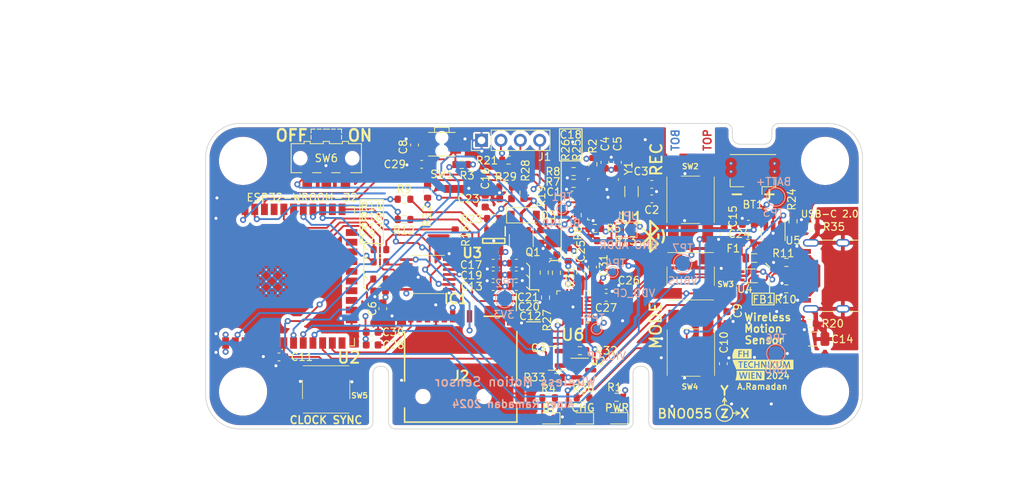
<source format=kicad_pcb>
(kicad_pcb (version 20211014) (generator pcbnew)
  (layers (0 "F.Cu" signal) (1 "In1.Cu" signal) (2 "In2.Cu" signal) (31 "B.Cu" signal) (34 "B.Paste" user) (35 "F.Paste" user) (36 "B.SilkS" user "B.Silkscreen") (37 "F.SilkS" user "F.Silkscreen") (38 "B.Mask" user) (39 "F.Mask" user) (44 "Edge.Cuts" user))
  (net 0 "")
  (net 1 "+BATT")
  (net 2 "GND")
  (net 3 "Net-(C1-Pad1)")
  (net 4 "Net-(C2-Pad1)")
  (net 5 "Net-(C3-Pad1)")
  (net 6 "+3.3V")
  (net 7 "Enable")
  (net 8 "BT_SW")
  (net 9 "Mode_SW")
  (net 10 "CLK_Sync_SW")
  (net 11 "REC_SW")
  (net 12 "Net-(C16-Pad1)")
  (net 13 "VBUS")
  (net 14 "LiPo_Monitor")
  (net 15 "Net-(F1-Pad1)")
  (net 16 "Net-(FB1-Pad1)")
  (net 17 "Net-(IC1-Pad2)")
  (net 18 "MOSI_LLC")
  (net 19 "Net-(IC1-Pad5)")
  (net 20 "CS_LLC")
  (net 21 "Net-(IC1-Pad9)")
  (net 22 "MISO")
  (net 23 "Net-(IC1-Pad12)")
  (net 24 "SCL")
  (net 25 "SDA")
  (net 27 "SCK_LLC")
  (net 28 "MISO_LLC")
  (net 30 "Net-(J5-PadA5)")
  (net 32 "Net-(J5-PadB5)")
  (net 34 "Net-(JP1-Pad2)")
  (net 35 "Net-(Q2-Pad1)")
  (net 36 "RTS")
  (net 37 "Net-(Q3-Pad1)")
  (net 38 "DTR")
  (net 39 "IO0")
  (net 40 "Net-(R2-Pad1)")
  (net 41 "BT_LED")
  (net 42 "Net-(R6-Pad1)")
  (net 43 "Net-(R7-Pad1)")
  (net 44 "Net-(R8-Pad1)")
  (net 45 "TXD0")
  (net 46 "Net-(R9-Pad2)")
  (net 47 "RXD0")
  (net 48 "Net-(R12-Pad2)")
  (net 49 "MOSI")
  (net 50 "SCK")
  (net 51 "CS")
  (net 52 "Enable_LDO")
  (net 53 "Net-(R24-Pad1)")
  (net 54 "VBUS_DET")
  (net 55 "Net-(R30-Pad2)")
  (net 56 "Net-(R31-Pad2)")
  (net 58 "Net-(TP1-Pad1)")
  (net 64 "BNO_INT")
  (net 73 "CD")
  (net 87 "USB_D+")
  (net 88 "USB_D-")
  (net 101 "Net-(R13-Pad2)")
  (net 102 "/USB+Charging/USB_P")
  (net 103 "/USB+Charging/USB_N")
  (net 104 "Net-(D1-Pad2)")
  (net 105 "Net-(D2-Pad2)")
  (net 106 "Net-(D4-Pad1)")
  (net 107 "unconnected-(BT1-PadM)")
  (net 108 "/USB+Charging/Shield")
  (net 109 "Net-(TP4-Pad1)")
  (footprint "Capacitor_SMD:C_0603_1608Metric" (layer "F.Cu") (at 117.655 48.54 90)
    (fp_text reference "C4")
    (fp_text value "100n")
  )
  (footprint "Capacitor_SMD:C_0603_1608Metric" (layer "F.Cu") (at 114.476555 63.015 90)
    (fp_text reference "C25")
    (fp_text value "100n")
  )
  (footprint "Capacitor_SMD:C_0603_1608Metric" (layer "F.Cu") (at 110.55 60.64 180)
    (fp_text reference "C18")
    (fp_text value "4u7")
  )
  (footprint "Resistor_SMD:R_0603_1608Metric" (layer "F.Cu") (at 112.85 60.615 -90)
    (fp_text reference "R31")
    (fp_text value "10k")
  )
  (footprint "Capacitor_SMD:C_1206_3216Metric" (layer "F.Cu") (at 144.98 71.665)
    (fp_text reference "C14")
    (fp_text value "4n7")
  )
  (footprint "Resistor_SMD:R_0603_1608Metric" (layer "F.Cu") (at 114.375 73.19 180)
    (fp_text reference "R32")
    (fp_text value "10k")
  )
  (footprint "Capacitor_SMD:C_0603_1608Metric" (layer "F.Cu") (at 93.655 48.79 180)
    (fp_text reference "C29")
    (fp_text value "100n")
  )
  (footprint "Capacitor_SMD:C_0603_1608Metric" (layer "F.Cu") (at 92.73 46.265 90)
    (fp_text reference "C8")
    (fp_text value "100n")
  )
  (footprint "Capacitor_SMD:C_0603_1608Metric" (layer "F.Cu") (at 88.575 67.69 -90)
    (fp_text reference "C6")
    (fp_text value "10u")
  )
  (footprint "Package_LGA:LGA-28_5.2x3.8mm_P0.5mm" (layer "F.Cu") (at 117.4 53.365 -90)
    (fp_text reference "U1")
    (fp_text value "BNO055")
  )
  (footprint "Capacitor_SMD:C_0603_1608Metric" (layer "F.Cu") (at 103.025 64.79 180)
    (fp_text reference "C13")
    (fp_text value "10u")
  )
  (footprint "Capacitor_SMD:C_0603_1608Metric" (layer "F.Cu") (at 136.425 56.64 180)
    (fp_text reference "C24")
    (fp_text value "10u")
  )
  (footprint "Resistor_SMD:R_0603_1608Metric" (layer "F.Cu") (at 105.03 48.24 180)
    (fp_text reference "R21")
    (fp_text value "4k7")
  )
  (footprint "Capacitor_SMD:C_0603_1608Metric" (layer "F.Cu") (at 101.98 53.615 90)
    (fp_text reference "C16")
    (fp_text value "10u")
  )
  (footprint "Mouser:MICROSDCARD" (layer "F.Cu") (at 98.775 75.54)
    (fp_text reference "J2")
    (fp_text value "Micro_SD_Card" hide)
  )
  (footprint "Inductor_SMD:L_0805_2012Metric" (layer "F.Cu") (at 137.15 61.065 180)
    (fp_text reference "FB1")
    (fp_text value "BLM21PG221")
  )
  (footprint "Resistor_SMD:R_0603_1608Metric" (layer "F.Cu") (at 144.655 56.99)
    (fp_text reference "R35")
    (fp_text value "1M")
  )
  (footprint "Mouser:TL3301TF100QG" (layer "F.Cu") (at 128.875 63.44 90)
    (fp_text reference "SW3")
    (fp_text value "GPButton1" hide)
  )
  (footprint "Capacitor_SMD:C_0603_1608Metric" (layer "F.Cu") (at 106.05 64.79)
    (fp_text reference "C12")
    (fp_text value "4u7")
  )
  (footprint "Mouser:SOT95P280X145-5N" (layer "F.Cu") (at 103.1 58.815 -90)
    (fp_text reference "U3")
    (fp_text value "MIC5504-3.3YM5-TR" hide)
  )
  (footprint "Resistor_SMD:R_0603_1608Metric" (layer "F.Cu") (at 109.875 66.24 -90)
    (fp_text reference "R27")
    (fp_text value "47k")
  )
  (footprint "MountingHole:MountingHole_5.3mm_M5_DIN965" (layer "F.Cu") (at 146.475 48.34)
    (fp_text reference "H2" hide)
    (fp_text value "MountingHole_M5")
  )
  (footprint "Capacitor_SMD:C_0603_1608Metric" (layer "F.Cu") (at 133.25 57.915 -90)
    (fp_text reference "C15")
    (fp_text value "1u")
  )
  (footprint "Capacitor_SMD:C_0603_1608Metric" (layer "F.Cu") (at 113.33 52.815 180)
    (fp_text reference "C1")
    (fp_text value "1u")
  )
  (footprint "Package_TO_SOT_SMD:SOT-23" (layer "F.Cu") (at 110.875 74.19 180)
    (fp_text reference "Q3")
    (fp_text value "SS8050-G")
  )
  (footprint "Resistor_SMD:R_0603_1608Metric" (layer "F.Cu") (at 94.43 52.34 -90)
    (fp_text reference "R22")
    (fp_text value "4k7")
  )
  (footprint "Resistor_SMD:R_0603_1608Metric" (layer "F.Cu") (at 119.18 79.29)
    (fp_text reference "R1")
    (fp_text value "5k1")
  )
  (footprint "Resistor_SMD:R_0603_1608Metric" (layer "F.Cu") (at 142.28 56.245 90)
    (fp_text reference "R24")
    (fp_text value "5k1")
  )
  (footprint "Resistor_SMD:R_0603_1608Metric" (layer "F.Cu") (at 88.2 59.965)
    (fp_text reference "R14")
    (fp_text value "3k3")
  )
  (footprint "Mouser:TL3301TF100QG" (layer "F.Cu") (at 128.905 73.44 180)
    (fp_text reference "SW4")
    (fp_text value "GPButton1" hide)
  )
  (footprint "Capacitor_SMD:C_0603_1608Metric" (layer "F.Cu") (at 88.15 65.39 180)
    (fp_text reference "C7")
    (fp_text value "100n")
  )
  (footprint "Resistor_SMD:R_0603_1608Metric" (layer "F.Cu") (at 116.325 57.19)
    (fp_text reference "R5")
    (fp_text value "10k")
  )
  (footprint "Mouser:SN74LVC125APWR" (layer "F.Cu") (at 94.45 63.215 90)
    (fp_text reference "IC1")
    (fp_text value "SN74LVC125APWR" hide)
  )
  (footprint "Resistor_SMD:R_0603_1608Metric" (layer "F.Cu") (at 91.355 56.015 180)
    (fp_text reference "R12")
    (fp_text value "0")
  )
  (footprint "Resistor_SMD:R_0603_1608Metric" (layer "F.Cu") (at 91.355 53.365 180)
    (fp_text reference "R9")
    (fp_text value "0")
  )
  (footprint "Capacitor_SMD:C_0603_1608Metric" (layer "F.Cu") (at 87.175 72.44)
    (fp_text reference "C28")
    (fp_text value "22u")
  )
  (footprint "Resistor_SMD:R_0603_1608Metric" (layer "F.Cu") (at 144.43 69.64)
    (fp_text reference "R20")
    (fp_text value "0")
  )
  (footprint "Resistor_SMD:R_0603_1608Metric" (layer "F.Cu") (at 98.9 48.815)
    (fp_text reference "R3")
    (fp_text value "10k")
  )
  (footprint "Capacitor_SMD:C_0603_1608Metric" (layer "F.Cu") (at 133.625 68.865 -90)
    (fp_text reference "C9")
    (fp_text value "1u")
  )
  (footprint "Resistor_SMD:R_0603_1608Metric" (layer "F.Cu") (at 141.4 61.64)
    (fp_text reference "R11")
    (fp_text value "5k1")
  )
  (footprint "Resistor_SMD:R_0603_1608Metric" (layer "F.Cu") (at 103.05 55.89)
    (fp_text reference "R23")
    (fp_text value "100k")
  )
  (footprint "Resistor_SMD:R_0603_1608Metric" (layer "F.Cu") (at 109.25 58.24 -90)
    (fp_text reference "R19")
    (fp_text value "100k")
  )
  (footprint "Capacitor_SMD:C_0603_1608Metric" (layer "F.Cu") (at 119.28 48.54 90)
    (fp_text reference "C5")
    (fp_text value "10u")
  )
  (footprint "Capacitor_SMD:C_0603_1608Metric" (layer "F.Cu") (at 106.05 61.74)
    (fp_text reference "C21")
    (fp_text value "100n")
  )
  (footprint "Package_DFN_QFN:QFN-24-1EP_4x4mm_P0.5mm_EP2.6x2.6mm" (layer "F.Cu") (at 113.464055 67.465 180)
    (fp_text reference "U6")
    (fp_text value "CP2102N-Axx-xQFN24")
  )
  (footprint "Button_Switch_SMD:SW_SPST_EVQP7C" (layer "F.Cu") (at 96.3 46.165 180)
    (fp_text reference "SW1")
    (fp_text value "Reset")
  )
  (footprint "Resistor_SMD:R_0603_1608Metric" (layer "F.Cu") (at 109.701555 62.965 90)
    (fp_text reference "R26")
    (fp_text value "47k")
  )
  (footprint "Resistor_SMD:R_0603_1608Metric" (layer "F.Cu") (at 113.55 49.74 180)
    (fp_text reference "R8")
    (fp_text value "10k")
  )
  (footprint "Capacitor_SMD:C_0603_1608Metric" (layer "F.Cu") (at 133.155 74.89 90)
    (fp_text reference "C10")
    (fp_text value "1u")
  )
  (footprint "Resistor_SMD:R_0603_1608Metric" (layer "F.Cu") (at 141.4 65.09)
    (fp_text reference "R10")
    (fp_text value "5k1")
  )
  (footprint "Resistor_SMD:R_0603_1608Metric" (layer "F.Cu") (at 98.05 58.14 -90)
    (fp_text reference "R15")
    (fp_text value "3k3")
  )
  (footprint "MountingHole:MountingHole_5.3mm_M5_DIN965" (layer "F.Cu") (at 70.275 48.34)
    (fp_text reference "H1" hide)
    (fp_text value "MountingHole_M5")
  )
  (footprint "Resistor_SMD:R_0603_1608Metric" (layer "F.Cu") (at 116.075 48.79 90)
    (fp_text reference "R2")
    (fp_text value "10k")
  )
  (footprint "Resistor_SMD:R_0603_1608Metric" (layer "F.Cu") (at 104.65 51.74 180)
    (fp_text reference "R29")
    (fp_text value "200k")
  )
  (footprint "Button_Switch_SMD:SW_SPDT_CK-JS102011SAQN" (layer "F.Cu") (at 81.175 47.99 180)
    (fp_text reference "SW6")
    (fp_text value "SW_SPDT")
  )
  (footprint "Resistor_SMD:R_0603_1608Metric" (layer "F.Cu") (at 107.05 52.49 90)
    (fp_text reference "R28")
    (fp_text value "200k")
  )
  (footprint "Package_TO_SOT_SMD:SOT-23-3" (layer "F.Cu") (at 106.7 58.79 -90)
    (fp_text reference "Q1")
    (fp_text value "DMP2045U")
  )
  (footprint "Diode_SMD:D_SOD-123" (layer "F.Cu") (at 107.025 55.465)
    (fp_text reference "D3")
    (fp_text value "CDBMS540LR-HF")
  )
  (footprint "Capacitor_SMD:C_0603_1608Metric" (layer "F.Cu") (at 74.975 74.015 180)
    (fp_text reference "C11")
    (fp_text value "1u")
  )
  (footprint "Resistor_SMD:R_0603_1608Metric" (layer "F.Cu") (at 88.2 61.565 180)
    (fp_text reference "R18")
    (fp_text value "3k3")
  )
  (footprint "LED_SMD:LED_0603_1608Metric" (layer "F.Cu") (at 119.18 82.04 180)
    (fp_text reference "D2" hide)
    (fp_text value "GREEN")
  )
  (footprint "LED_SMD:LED_0603_1608Metric" (layer "F.Cu") (at 110.28 82.04 180)
    (fp_text reference "D1" hide)
    (fp_text value "BLUE")
  )
  (footprint "Connector_USB:USB_C_Receptacle_GCT_USB4105-xx-A_16P_TopMnt_Horizontal" (layer "F.Cu") (at 147.725 63.39 90)
    (fp_text reference "J5" hide)
    (fp_text value "USB_C_Receptacle_USB2.0")
  )
  (footprint "Capacitor_SMD:C_0603_1608Metric" (layer "F.Cu") (at 116.026555 62.24 90)
    (fp_text reference "C31")
    (fp_text value "4u7")
  )
  (footprint "Capacitor_SMD:C_0603_1608Metric" (layer "F.Cu") (at 87.175 70.765)
    (fp_text reference "C30")
    (fp_text value "100n")
  )
  (footprint "Capacitor_SMD:C_0603_1608Metric" (layer "F.Cu") (at 123.78 51.415)
    (fp_text reference "C3")
    (fp_text value "6p")
  )
  (footprint "Mouser:JST_1x02_Horizontal" (layer "F.Cu") (at 137.03 50.015 180)
    (fp_text reference "BT1")
    (fp_text value "LiPo-Battery")
  )
  (footprint "Mouser:FH" (layer "F.Cu") (at 138.33 75.015)
    (fp_text reference "G***" hide)
    (fp_text value "LOGO" hide)
  )
  (footprint "Mouser:TL3301TF100QG" (layer "F.Cu") (at 81.15 78.265 90)
    (fp_text reference "SW5")
    (fp_text value "GPButton1" hide)
  )
  (footprint "Crystal:Crystal_SMD_3215-2Pin_3.2x1.5mm" (layer "F.Cu") (at 121.13 52.365 90)
    (fp_text reference "Y1")
    (fp_text value "32.768k")
  )
  (footprint "Capacitor_SMD:C_0603_1608Metric" (layer "F.Cu") (at 123.78 53.315)
    (fp_text reference "C2")
    (fp_text value "6p")
  )
  (footprint "Package_TO_SOT_SMD:SOT-666" (layer "F.Cu") (at 136.525 63.39 180)
    (fp_text reference "U4")
    (fp_text value "USBLC6-2P6")
  )
  (footprint "Resistor_SMD:R_0603_1608Metric" (layer "F.Cu") (at 114.785 79.365 180)
    (fp_text reference "R30")
    (fp_text value "5k1")
  )
  (footprint "RF_Module:ESP32-WROOM-32" (layer "F.Cu") (at 74.975 63.44 90)
    (fp_text reference "U2")
    (fp_text value "ESP32-WROOM-32E")
  )
  (footprint "Connector_PinHeader_2.54mm:PinHeader_1x04_P2.54mm_Vertical" (layer "F.Cu") (at 101.495 45.65 90)
    (fp_text reference "J1")
    (fp_text value "Conn_OLED")
  )
  (footprint "Resistor_SMD:R_0603_1608Metric" (layer "F.Cu") (at 111.301555 62.99 90)
    (fp_text reference "R25")
    (fp_text value "47k")
  )
  (footprint "Capacitor_SMD:C_0603_1608Metric" (layer "F.Cu") (at 103.025 63.265 180)
    (fp_text reference "C19")
    (fp_text value "10n")
  )
  (footprint "LED_SMD:LED_0603_1608Metric" (layer "F.Cu") (at 114.68 82.04 180)
    (fp_text reference "D4" hide)
    (fp_text value "ORANGE")
  )
  (footprint "Resistor_SMD:R_0603_1608Metric" (layer "F.Cu") (at 110.28 79.365 180)
    (fp_text reference "R4")
    (fp_text value "5k1")
  )
  (footprint "Resistor_SMD:R_0603_1608Metric" (layer "F.Cu") (at 117.45 58.79)
    (fp_text reference "R13")
    (fp_text value "0")
  )
  (footprint "MountingHole:MountingHole_5.3mm_M5_DIN965" (layer "F.Cu") (at 146.475 78.54)
    (fp_text reference "H4" hide)
    (fp_text value "MountingHole_M5")
  )
  (footprint "Package_TO_SOT_SMD:SOT-23" (layer "F.Cu") (at 114.85 75.74)
    (fp_text reference "Q2")
    (fp_text value "SS8050-G")
  )
  (footprint "Fuse:Fuse_0603_1608Metric" (layer "F.Cu") (at 136.35 59.115)
    (fp_text reference "F1")
    (fp_text value "6V 0,5A")
  )
  (footprint "Capacitor_SMD:C_0603_1608Metric" (layer "F.Cu") (at 117.82 66.205)
    (fp_text reference "C27")
    (fp_text value "100n")
  )
  (footprint "Resistor_SMD:R_0603_1608Metric" (layer "F.Cu") (at 114.025 55.44 -90)
    (fp_text reference "R6")
    (fp_text value "10k")
  )
  (footprint "MountingHole:MountingHole_5.3mm_M5_DIN965" (layer "F.Cu") (at 70.275 78.54)
    (fp_text reference "H3" hide)
    (fp_text value "MountingHole_M5")
  )
  (footprint "Mouser:TL3301TF100QG" (layer "F.Cu") (at 128.86 53.44 180)
    (fp_text reference "SW2")
    (fp_text value "GPButton1" hide)
  )
  (footprint "Resistor_SMD:R_0603_1608Metric" (layer "F.Cu") (at 113.55 51.29 180)
    (fp_text reference "R7")
    (fp_text value "10k")
  )
  (footprint "Capacitor_SMD:C_0603_1608Metric" (layer "F.Cu") (at 117.82 64.635)
    (fp_text reference "C26")
    (fp_text value "4u7")
  )
  (footprint "Capacitor_SMD:C_0603_1608Metric" (layer "F.Cu") (at 103.025 61.74 180)
    (fp_text reference "C17")
    (fp_text value "10n")
  )
  (footprint "Package_TO_SOT_SMD:SOT-23-5" (layer "F.Cu") (at 139.675 57.99 -90)
    (fp_text reference "U5")
    (fp_text value "MCP73831-2-OT")
  )
  (footprint "Capacitor_SMD:C_0603_1608Metric" (layer "F.Cu") (at 106.05 63.265)
    (fp_text reference "C20")
    (fp_text value "100n")
  )
  (footprint "Resistor_SMD:R_0603_1608Metric" (layer "F.Cu") (at 88.15 63.815 180)
    (fp_text reference "R17")
    (fp_text value "3k3")
  )
  (footprint "Resistor_SMD:R_0603_1608Metric" (layer "F.Cu") (at 111.3 76.69)
    (fp_text reference "R33")
    (fp_text value "10k")
  )
  (footprint "Capacitor_SMD:C_0603_1608Metric" (layer "F.Cu") (at 104.65 53.29 180)
    (fp_text reference "C23")
    (fp_text value "1u")
  )
  (footprint "TestPoint:TestPoint_Pad_D2.0mm" (layer "B.Cu") (at 127.83 61.765 180)
    (fp_text reference "TP7")
    (fp_text value "VBUS")
  )
  (footprint "Jumper:SolderJumper-2_P1.3mm_Open_TrianglePad1.0x1.5mm" (layer "B.Cu") (at 120.45 57.365 180)
    (fp_text reference "JP1")
    (fp_text value "ADDR_SEL")
  )
  (footprint "TestPoint:TestPoint_Pad_D2.0mm" (layer "B.Cu") (at 140.03 73.565 180)
    (fp_text reference "TP6")
    (fp_text value "GND")
  )
  (footprint "TestPoint:TestPoint_Pad_D1.0mm" (layer "B.Cu") (at 116.555 70.34 180)
    (fp_text reference "TP5")
    (fp_text value "VIO_CP")
  )
  (footprint "TestPoint:TestPoint_Pad_D2.0mm" (layer "B.Cu") (at 104.53 66.365 180)
    (fp_text reference "TP2")
    (fp_text value "3V3")
  )
  (footprint "TestPoint:TestPoint_Pad_D2.0mm" (layer "B.Cu") (at 140.03 53.065 180)
    (fp_text reference "TP3")
    (fp_text value "BAT_PLUS")
  )
  (footprint "TestPoint:TestPoint_Pad_D1.0mm" (layer "B.Cu") (at 112.03 54.565 180)
    (fp_text reference "TP1")
    (fp_text value "BL_IND")
  )
  (footprint "TestPoint:TestPoint_Pad_D1.0mm" (layer "B.Cu") (at 118.67 62.885 180)
    (fp_text reference "TP4")
    (fp_text value "VDD_CP")
  )
  (gr_line (start 133.305 79.360514) (end 133.055 79.860514) (layer "F.SilkS") (width 0.15))
  (gr_line (start 86.08 59.49) (end 86.58 59.99) (layer "F.SilkS") (width 0.15))
  (gr_line (start 133.305 79.360514) (end 133.555 79.860514) (layer "F.SilkS") (width 0.15))
  (gr_line (start 111.63 61.59) (end 111.93 61.19) (layer "F.SilkS") (width 0.15))
  (gr_line (start 138.705 61.74) (end 139.205 62.24) (layer "F.SilkS") (width 0.15))
  (gr_line (start 108.98 65.215) (end 108.98 65.44) (layer "F.SilkS") (width 0.15))
  (gr_arc (start 125.18 57.415) (mid 125.368854 58.215) (end 125.18 59.015) (layer "F.SilkS") (width 0.3))
  (gr_line (start 123.58 56.215) (end 123.58 60.215) (layer "F.SilkS") (width 0.3))
  (gr_arc (start 124.629999 57.965) (mid 124.659351 58.215) (end 124.63 58.465) (layer "F.SilkS") (width 0.3))
  (gr_line (start 86.08 60.765) (end 86.58 61.265) (layer "F.SilkS") (width 0.15))
  (gr_line (start 134.37889 81.365) (end 135.305 81.365) (layer "F.SilkS") (width 0.15))
  (gr_line (start 107.78 62.115) (end 107.78 65.215) (layer "F.SilkS") (width 0.15))
  (gr_line (start 123.58 58.215) (end 124.58 57.215) (layer "F.SilkS") (width 0.3))
  (gr_circle (center 133.305 81.365) (end 133.911 82.251569) (layer "F.SilkS") (width 0.15) (fill none))
  (gr_line (start 86.08 64.89) (end 86.58 65.39) (layer "F.SilkS") (width 0.15))
  (gr_line (start 111.63 60.015) (end 111.93 59.615) (layer "F.SilkS") (width 0.15))
  (gr_line (start 86.08 63.29) (end 86.58 63.79) (layer "F.SilkS") (width 0.15))
  (gr_line (start 139.205 63.665) (end 139.205 65.665) (layer "F.SilkS") (width 0.15))
  (gr_line (start 124.58 59.215) (end 123.58 60.215) (layer "F.SilkS") (width 0.3))
  (gr_line (start 110.355 61.59) (end 110.505 61.39) (layer "F.SilkS") (width 0.15))
  (gr_line (start 124.58 57.215) (end 123.58 56.215) (layer "F.SilkS") (width 0.3))
  (gr_line (start 135.305 81.365) (end 134.805 81.615) (layer "F.SilkS") (width 0.15))
  (gr_line (start 110.53 61.39) (end 111.78 61.39) (layer "F.SilkS") (width 0.15))
  (gr_line (start 107.78 65.215) (end 108.98 65.215) (layer "F.SilkS") (width 0.15))
  (gr_line (start 123.58 58.215) (end 124.58 59.215) (layer "F.SilkS") (width 0.3))
  (gr_rect (start 85.58 53.44) (end 88.655 59.165) (layer "F.SilkS") (width 0.15) (fill none))
  (gr_line (start 123.58 58.215) (end 122.58 59.215) (layer "F.SilkS") (width 0.3))
  (gr_rect (start 139.805 65.665) (end 136.93 67.19) (layer "F.SilkS") (width 0.15) (fill none))
  (gr_line (start 107.405 64.84) (end 107.78 65.215) (layer "F.SilkS") (width 0.15))
  (gr_rect (start 114.655 48.34) (end 111.705 44.165) (layer "F.SilkS") (width 0.15) (fill none))
  (gr_line (start 111.93 48.34) (end 111.93 61.19) (layer "F.SilkS") (width 0.15))
  (gr_line (start 109.2175 69.415) (end 107.3925 69.415) (layer "F.SilkS") (width 0.15))
  (gr_line (start 139.205 62.24) (end 139.205 62.615) (layer "F.SilkS") (width 0.15))
  (gr_line (start 123.58 58.215) (end 122.58 57.215) (layer "F.SilkS") (width 0.3))
  (gr_line (start 86.08 64.89) (end 86.08 59.165) (layer "F.SilkS") (width 0.15))
  (gr_line (start 133.305 80.286624) (end 133.305 79.360514) (layer "F.SilkS") (width 0.15))
  (gr_line (start 134.805 81.115) (end 135.305 81.365) (layer "F.SilkS") (width 0.15))
  (gr_line (start 106.055 67.965) (end 106.055 65.665) (layer "F.SilkS") (width 0.15))
  (gr_line (start 107.405 61.74) (end 107.78 62.115) (layer "F.SilkS") (width 0.15))
  (gr_line (start 107.405 63.29) (end 107.78 63.665) (layer "F.SilkS") (width 0.15))
  (gr_line (start 87.275 76.14) (end 87.275 82.54) (layer "Edge.Cuts") (width 0.1))
  (gr_arc (start 135.33 46.165) (mid 134.622893 45.872107) (end 134.33 45.165) (layer "Edge.Cuts") (width 0.1))
  (gr_line (start 122.235685 75.24) (end 122.490685 75.24) (layer "Edge.Cuts") (width 0.1))
  (gr_arc (start 139.505 44.34) (mid 139.768604 43.703604) (end 140.405 43.44) (layer "Edge.Cuts") (width 0.1))
  (gr_arc (start 133.43 43.44) (mid 134.066396 43.703604) (end 134.33 44.34) (layer "Edge.Cuts") (width 0.1))
  (gr_arc (start 87.275 82.54) (mid 87.011396 83.176396) (end 86.375 83.44) (layer "Edge.Cuts") (width 0.1))
  (gr_line (start 86.375 83.44) (end 69.875 83.44) (layer "Edge.Cuts") (width 0.1))
  (gr_arc (start 146.875 43.44) (mid 150.056981 44.758019) (end 151.375 47.94) (layer "Edge.Cuts") (width 0.1))
  (gr_arc (start 139.505 45.165) (mid 139.212107 45.872107) (end 138.505 46.165) (layer "Edge.Cuts") (width 0.1))
  (gr_line (start 139.505 44.34) (end 139.505 45.165) (layer "Edge.Cuts") (width 0.1))
  (gr_line (start 65.375 78.94) (end 65.375 47.94) (layer "Edge.Cuts") (width 0.1))
  (gr_line (start 133.43 43.44) (end 69.875 43.44) (layer "Edge.Cuts") (width 0.1))
  (gr_arc (start 90.23 83.44) (mid 89.593604 83.176396) (end 89.33 82.54) (layer "Edge.Cuts") (width 0.1))
  (gr_line (start 134.33 45.165) (end 134.33 44.34) (layer "Edge.Cuts") (width 0.1))
  (gr_arc (start 65.375 47.94) (mid 66.693019 44.758019) (end 69.875 43.44) (layer "Edge.Cuts") (width 0.1))
  (gr_line (start 89.33 76.14) (end 89.33 82.54) (layer "Edge.Cuts") (width 0.1))
  (gr_arc (start 69.875 83.44) (mid 66.693019 82.121981) (end 65.375 78.94) (layer "Edge.Cuts") (width 0.1))
  (gr_arc (start 122.490685 75.24) (mid 123.127091 75.503599) (end 123.390685 76.14) (layer "Edge.Cuts") (width 0.1))
  (gr_arc (start 87.275 76.14) (mid 87.538604 75.503604) (end 88.175 75.24) (layer "Edge.Cuts") (width 0.1))
  (gr_arc (start 124.290685 83.44) (mid 123.654299 83.176391) (end 123.390685 82.54) (layer "Edge.Cuts") (width 0.1))
  (gr_line (start 140.405 43.44) (end 146.875 43.44) (layer "Edge.Cuts") (width 0.1))
  (gr_line (start 90.23 83.44) (end 120.435685 83.44) (layer "Edge.Cuts") (width 0.1))
  (gr_line (start 123.390685 76.14) (end 123.390685 82.54) (layer "Edge.Cuts") (width 0.1))
  (gr_line (start 121.335685 76.14) (end 121.335685 82.54) (layer "Edge.Cuts") (width 0.1))
  (gr_line (start 124.290685 83.44) (end 146.875 83.44) (layer "Edge.Cuts") (width 0.1))
  (gr_arc (start 121.335685 82.54) (mid 121.07208 83.176391) (end 120.435685 83.44) (layer "Edge.Cuts") (width 0.1))
  (gr_line (start 135.33 46.165) (end 138.505 46.165) (layer "Edge.Cuts") (width 0.1))
  (gr_arc (start 88.43 75.24) (mid 89.066396 75.503604) (end 89.33 76.14) (layer "Edge.Cuts") (width 0.1))
  (gr_arc (start 151.375 78.94) (mid 150.056981 82.121981) (end 146.875 83.44) (layer "Edge.Cuts") (width 0.1))
  (gr_arc (start 121.335685 76.14) (mid 121.599288 75.503599) (end 122.235685 75.24) (layer "Edge.Cuts") (width 0.1))
  (gr_line (start 88.175 75.24) (end 88.43 75.24) (layer "Edge.Cuts") (width 0.1))
  (gr_line (start 151.375 47.94) (end 151.375 78.94) (layer "Edge.Cuts") (width 0.1))
  (gr_text "TOP" (at 131.08 45.615 90) (layer "F.Cu") (effects (font (size 1 1) (thickness 0.2))))
  (gr_text "BOT" (at 126.88 45.615 90) (layer "B.Cu") (effects (font (size 1 1) (thickness 0.2)) (justify mirror)))
  (gr_text "BNO ADDR" (at 120.73 59.365) (layer "B.SilkS") (effects (font (size 1 1)) (justify mirror)))
  (gr_text "VIO_CP" (at 117.83 73.865) (layer "B.SilkS") (effects (font (size 1 1)) (justify mirror)))
  (gr_text "GND" (at 140.03 75.665) (layer "B.SilkS") (effects (font (size 1 1)) (justify mirror)))
  (gr_text "BATT+" (at 139.73 51.065) (layer "B.SilkS") (effects (font (size 1 1)) (justify mirror)))
  (gr_text "3V3" (at 104.43 68.465) (layer "B.SilkS") (effects (font (size 1 1)) (justify mirror)))
  (gr_text "VDD_CP" (at 121.43 65.665) (layer "B.SilkS") (effects (font (size 1 1)) (justify mirror)))
  (gr_text "VBUS" (at 127.83 64.065) (layer "B.SilkS") (effects (font (size 1 1)) (justify mirror)))
  (gr_text "Wireless Motion Sensor" (at 105.93 77.265) (layer "B.SilkS") (effects (font (size 1.2 1.2) (thickness 0.2)) (justify mirror)))
  (gr_text "Alper Ramadan 2024" (at 105.63 80.165) (layer "B.SilkS") (effects (font (size 1 1) (thickness 0.2)) (justify mirror)))
  (gr_text "BL_IND" (at 111.93 56.533803) (layer "B.SilkS") (effects (font (size 1 1)) (justify mirror)))
  (gr_text "X" (at 135.954 81.398569) (layer "F.SilkS") (effects (font (size 1.2 1.2) (thickness 0.25))))
  (gr_text "CLOCK SYNC" (at 81.13 82.265) (layer "F.SilkS") (effects (font (size 1 1) (thickness 0.2))))
  (gr_text "USB-C 2.0" (at 147.08 55.29) (layer "F.SilkS") (effects (font (size 0.9 0.9))))
  (gr_text "Wireless" (at 138.955 68.815) (layer "F.SilkS") (effects (font (size 1 1) (thickness 0.2))))
  (gr_text "CHG" (at 114.78 80.665) (layer "F.SilkS") (effects (font (size 1 1) (thickness 0.17))))
  (gr_text "ESP32-WROOM-32" (at 78.005 53.14) (layer "F.SilkS") (effects (font (size 1 1))))
  (gr_text "BNO055" (at 128.13 81.44) (layer "F.SilkS") (effects (font (size 1.2 1.2) (thickness 0.2))))
  (gr_text "Y" (at 133.304 78.448569) (layer "F.SilkS") (effects (font (size 1.2 1.2) (thickness 0.25))))
  (gr_text "OFF\n" (at 76.63 45.015) (layer "F.SilkS") (effects (font (size 1.5 1.5) (thickness 0.3))))
  (gr_text "MODE" (at 124.305 69.89 90) (layer "F.SilkS") (effects (font (size 1.5 1.5) (thickness 0.25))))
  (gr_text "Motion" (at 138.355 70.315) (layer "F.SilkS") (effects (font (size 1 1) (thickness 0.2))))
  (gr_text "BT" (at 110.315417 80.664929) (layer "F.SilkS") (effects (font (size 1 1) (thickness 0.17))))
  (gr_text "Sensor" (at 138.48 71.815) (layer "F.SilkS") (effects (font (size 1 1) (thickness 0.2))))
  (gr_text "PWR" (at 119.23 80.665) (layer "F.SilkS") (effects (font (size 1 1) (thickness 0.17))))
  (gr_text "REC" (at 124.38 48.165 90) (layer "F.SilkS") (effects (font (size 1.5 1.5) (thickness 0.25))))
  (gr_text "ON" (at 85.58 45.015) (layer "F.SilkS") (effects (font (size 1.5 1.5) (thickness 0.3))))
  (gr_text "Z" (at 133.305 81.436853) (layer "F.SilkS") (effects (font (size 1 1) (thickness 0.25))))
  (gr_text "2024" (at 140.305 76.49) (layer "F.SilkS") (effects (font (size 0.8 0.8))))
  (gr_text "+" (at 139.18 52.615) (layer "F.SilkS") (effects (font (size 1.5 1.5) (thickness 0.25))))
  (gr_text "A.Ramadan" (at 138.255 77.89) (layer "F.SilkS") (effects (font (size 0.8 0.8))))
  (gr_text "-" (at 134.93 52.615) (layer "F.SilkS") (effects (font (size 1.5 1.5) (thickness 0.25))))
  (segment (start 108.33 53.565) (end 108.08 53.315) (width 0.4) (layer "F.Cu") (net 1))
  (segment (start 138.33 54.565) (end 138.725 54.96) (width 0.4) (layer "F.Cu") (net 1))
  (segment (start 137.13 57.365) (end 137.2 57.295) (width 0.4) (layer "F.Cu") (net 1))
  (segment (start 138.83 54.065) (end 138.33 54.565) (width 0.4) (layer "F.Cu") (net 1))
  (segment (start 138.5125 56.64) (end 138.725 56.8525) (width 0.4) (layer "F.Cu") (net 1))
  (segment (start 138.725 54.96) (end 138.725 56.8525) (width 0.4) (layer "F.Cu") (net 1))
  (segment (start 137.655 53.89) (end 138.33 54.565) (width 0.4) (layer "F.Cu") (net 1))
  (segment (start 108.33 53.565) (end 106.7 55.195) (width 0.4) (layer "F.Cu") (net 1))
  (segment (start 137.2 57.295) (end 137.2 56.64) (width 0.4) (layer "F.Cu") (net 1))
  (segment (start 137.2 56.64) (end 138.5125 56.64) (width 0.4) (layer "F.Cu") (net 1))
  (segment (start 108.08 53.315) (end 107.05 53.315) (width 0.4) (layer "F.Cu") (net 1))
  (segment (start 137.655 52.415) (end 137.655 53.89) (width 0.4) (layer "F.Cu") (net 1))
  (segment (start 106.7 55.195) (end 106.7 59.9275) (width 0.4) (layer "F.Cu") (net 1))
  (segment (start 138.725 56.8525) (end 138.68 56.8075) (width 0.4) (layer "F.Cu") (net 1))
  (via (at 108.33 53.565) (size 0.8) (drill 0.4) (layers "F.Cu" "B.Cu") (net 1))
  (via (at 137.13 57.365) (size 0.8) (drill 0.4) (layers "F.Cu" "B.Cu") (net 1))
  (via (at 138.83 54.065) (size 0.8) (drill 0.4) (layers "F.Cu" "B.Cu") (net 1))
  (segment (start 123.0425 58.79) (end 124.3675 57.465) (width 0.4) (layer "B.Cu") (net 1))
  (segment (start 138.83 54.065) (end 139.83 53.065) (width 0.4) (layer "B.Cu") (net 1))
  (segment (start 110.53 55.715) (end 112.83 55.715) (width 0.4) (layer "B.Cu") (net 1))
  (segment (start 112.83 55.715) (end 115.905 58.79) (width 0.4) (layer "B.Cu") (net 1))
  (segment (start 115.905 58.79) (end 123.0425 58.79) (width 0.4) (layer "B.Cu") (net 1))
  (segment (start 108.33 53.565) (end 108.38 53.565) (width 0.4) (layer "B.Cu") (net 1))
  (segment (start 139.83 53.065) (end 140.03 53.065) (width 0.4) (layer "B.Cu") (net 1))
  (segment (start 124.3675 57.465) (end 137.03 57.465) (width 0.4) (layer "B.Cu") (net 1))
  (segment (start 108.38 53.565) (end 110.53 55.715) (width 0.4) (layer "B.Cu") (net 1))
  (segment (start 137.03 57.465) (end 137.13 57.365) (width 0.4) (layer "B.Cu") (net 1))
  (segment (start 74.58 75.165) (end 75.43 76.015) (width 0.245) (layer "F.Cu") (net 2))
  (segment (start 126.655 70.065) (end 126.655 71.19) (width 0.245) (layer "F.Cu") (net 2))
  (segment (start 115.401555 68.215) (end 114.68 68.215) (width 0.245) (layer "F.Cu") (net 2))
  (segment (start 83.265 69.15) (end 84.485 69.15) (width 0.245) (layer "F.Cu") (net 2))
  (segment (start 133.13 74.14) (end 133.105 74.115) (width 0.245) (layer "F.Cu") (net 2))
  (segment (start 98.58 63.215) (end 98.605 63.19) (width 0.245) (layer "F.Cu") (net 2))
  (segment (start 133.88 74.14) (end 133.13 74.14) (width 0.245) (layer "F.Cu") (net 2))
  (segment (start 101.495 47.03) (end 101.53 47.065) (width 0.245) (layer "F.Cu") (net 2))
  (segment (start 136.405 52.415) (end 136.405 54.14) (width 0.4) (layer "F.Cu") (net 2))
  (segment (start 112.63 51.385) (end 112.725 51.29) (width 0.245) (layer "F.Cu") (net 2))
  (segment (start 134.43 69.365) (end 133.9 69.365) (width 0.245) (layer "F.Cu") (net 2))
  (segment (start 99.31 45.445) (end 99.33 45.465) (width 0.245) (layer "F.Cu") (net 2))
  (segment (start 136.505 65.215) (end 136.505 63.89) (width 0.245) (layer "F.Cu") (net 2))
  (segment (start 116.001555 61.49) (end 116.026555 61.465) (width 0.245) (layer "F.Cu") (net 2))
  (segment (start 103.855 52.515) (end 103.855 51.77) (width 0.245) (layer "F.Cu") (net 2))
  (segment (start 136.405 54.14) (end 135.63 54.915) (width 0.4) (layer "F.Cu") (net 2))
  (segment (start 93.03 64.215) (end 93.03 63.565) (width 0.245) (layer "F.Cu") (net 2))
  (segment (start 81.13 48.965) (end 81.13 50.695) (width 0.245) (layer "F.Cu") (net 2))
  (segment (start 106 69.565) (end 105.625 69.19) (width 0.245) (layer "F.Cu") (net 2))
  (segment (start 91.025 77.07) (end 91.03 77.065) (width 0.245) (layer "F.Cu") (net 2))
  (segment (start 103.1 58.815) (end 103.1 57.565) (width 0.245) (layer "F.Cu") (net 2))
  (segment (start 106.98 77.89) (end 107.555 77.89) (width 0.245) (layer "F.Cu") (net 2))
  (segment (start 140.73 65.245) (end 140.575 65.09) (width 0.245) (layer "F.Cu") (net 2))
  (segment (start 116.5175 55.7525) (end 116.65 55.7525) (width 0.245) (layer "F.Cu") (net 2))
  (segment (start 124.405 52.365) (end 124.405 51.64) (width 0.245) (layer "F.Cu") (net 2))
  (segment (start 118.15 51.845) (end 118.15 50.9775) (width 0.245) (layer "F.Cu") (net 2))
  (segment (start 139.73 61.64) (end 140.575 61.64) (width 0.245) (layer "F.Cu") (net 2))
  (segment (start 112.73 51.285) (end 112.725 51.29) (width 0.245) (layer "F.Cu") (net 2))
  (segment (start 140.83 64.365) (end 140.83 64.835) (width 0.245) (layer "F.Cu") (net 2))
  (segment (start 91.025 78.79) (end 91.025 77.07) (width 0.245) (layer "F.Cu") (net 2))
  (segment (start 126.23 71.615) (end 125.08 71.615) (width 0.245) (layer "F.Cu") (net 2))
  (segment (start 75.43 76.015) (end 77.8 76.015) (width 0.245) (layer "F.Cu") (net 2))
  (segment (start 135.63 55.865) (end 135.63 56.62) (width 0.4) (layer "F.Cu") (net 2))
  (segment (start 126.66 50.015) (end 126.61 50.065) (width 0.245) (layer "F.Cu") (net 2))
  (segment (start 119.9675 81.235052) (end 119.9675 82.04) (width 0.245) (layer "F.Cu") (net 2))
  (segment (start 143.83 56.99) (end 143.83 56.49) (width 0.245) (layer "F.Cu") (net 2))
  (segment (start 83.08 68.965) (end 83.265 69.15) (width 0.245) (layer "F.Cu") (net 2))
  (segment (start 118.48 47.865) (end 118.58 47.965) (width 0.245) (layer "F.Cu") (net 2))
  (segment (start 72.93 73.965) (end 74.15 73.965) (width 0.245) (layer "F.Cu") (net 2))
  (segment (start 116.105 56.165) (end 116.5175 55.7525) (width 0.245) (layer "F.Cu") (net 2))
  (segment (start 133.175 58.615) (end 133.25 58.69) (width 0.3) (layer "F.Cu") (net 2))
  (segment (start 116.105 68.215) (end 115.787817 68.215) (width 0.245) (layer "F.Cu") (net 2))
  (segment (start 116.38 68.49) (end 116.105 68.215) (width 0.245) (layer "F.Cu") (net 2))
  (segment (start 87.53 66.115) (end 87.53 65.545) (width 0.245) (layer "F.Cu") (net 2))
  (segment (start 137.005 63.39) (end 137.45 63.39) (width 0.245) (layer "F.Cu") (net 2))
  (segment (start 91.65 64.515) (end 92.73 64.515) (width 0.245) (layer "F.Cu") (net 2))
  (segment (start 95.505 67.19) (end 95.505 68.67) (width 0.245) (layer "F.Cu") (net 2))
  (segment (start 142.88 66.59) (end 144.045 66.59) (width 0.6) (layer "F.Cu") (net 2))
  (segment (start 97.255 60.49) (end 97.255 61.26) (width 0.245) (layer "F.Cu") (net 2))
  (segment (start 97.25 65.165) (end 97.25 65.635) (width 0.245) (layer "F.Cu") (net 2))
  (segment (start 112.63 52.065) (end 112.63 52.74) (width 0.245) (layer "F.Cu") (net 2))
  (segment (start 115.855 57.19) (end 116.105 57.44) (width 0.245) (layer "F.Cu") (net 2))
  (segment (start 133.9 69.365) (end 133.625 69.64) (width 0.245) (layer "F.Cu") (net 2))
  (segment (start 118.595 64.635) (end 118.595 66.205) (width 0.245) (layer "F.Cu") (net 2))
  (segment (start 136.505 63.89) (end 137.005 63.39) (width 0.245) (layer "F.Cu") (net 2))
  (segment (start 132.53 58.615) (end 133.175 58.615) (width 0.3) (layer "F.Cu") (net 2))
  (segment (start 109.675 66.865) (end 109.875 67.065) (width 0.245) (layer "F.Cu") (net 2))
  (segment (start 143.83 56.49) (end 143.38 56.04) (width 0.245) (layer "F.Cu") (net 2))
  (segment (start 115.5 57.19) (end 115.855 57.19) (width 0.245) (layer "F.Cu") (net 2))
  (segment (start 74.2 74.785) (end 74.58 75.165) (width 0.245) (layer "F.Cu") (net 2))
  (segment (start 135.63 56.62) (end 135.65 56.64) (width 0.4) (layer "F.Cu") (net 2))
  (segment (start 142.78 59.515) (end 143.455 60.19) (width 0.6) (layer "F.Cu") (net 2))
  (segment (start 97.255 61.26) (end 97.25 61.265) (width 0.245) (layer "F.Cu") (net 2))
  (segment (start 118.48 47.865) (end 117.755 47.865) (width 0.245) (layer "F.Cu") (net 2))
  (segment (start 98.1 45.445) (end 99.31 45.445) (width 0.245) (layer "F.Cu") (net 2))
  (segment (start 140.83 64.835) (end 140.575 65.09) (width 0.245) (layer "F.Cu") (net 2))
  (segment (start 118.58 47.965) (end 119.23 47.965) (width 0.245) (layer "F.Cu") (net 2))
  (segment (start 81.13 50.695) (end 81.175 50.74) (width 0.245) (layer "F.Cu") (net 2))
  (segment (start 126.655 71.19) (end 126.23 71.615) (width 0.245) (layer "F.Cu") (net 2))
  (segment (start 112.73 50.565) (end 112.73 49.745) (width 0.245) (layer "F.Cu") (net 2))
  (segment (start 77.78 77.215) (end 77.78 76.035) (width 0.245) (layer "F.Cu") (net 2))
  (segment (start 92.73 64.515) (end 93.03 64.215) (width 0.245) (layer "F.Cu") (net 2))
  (segment (start 132.88 62.415) (end 133.425 61.87) (width 0.3) (layer "F.Cu") (net 2))
  (segment (start 103.855 51.77) (end 103.825 51.74) (width 0.245) (layer "F.Cu") (net 2))
  (segment (start 136.18 65.54) (end 136.505 65.215) (width 0.245) (layer "F.Cu") (net 2))
  (segment (start 124.405 53.09) (end 124.63 53.315) (width 0.245) (layer "F.Cu") (net 2))
  (segment (start 103.855 53.27) (end 103.875 53.29) (width 0.245) (layer "F.Cu") (net 2))
  (segment (start 112.63 52.74) (end 112.555 52.815) (width 0.245) (layer "F.Cu") (net 2))
  (segment (start 143.455 60.19) (end 144.045 60.19) (width 0.6) (layer "F.Cu") (net 2))
  (segment (start 117.905 52.09) (end 118.15 51.845) (width 0.245) (layer "F.Cu") (net 2))
  (segment (start 116.105 58.27) (end 116.625 58.79) (width 0.245) (layer "F.Cu") (net 2))
  (segment (start 109.555 59.815) (end 109.555 59.37) (width 0.245) (layer "F.Cu") (net 2))
  (segment (start 135.63 54.915) (end 135.63 55.865) (width 0.4) (layer "F.Cu") (net 2))
  (segment (start 77.78 76.035) (end 77.8 76.015) (width 0.245) (layer "F.Cu") (net 2))
  (segment (start 91.63 45.465) (end 92.705 45.465) (width 0.245) (layer "F.Cu") (net 2))
  (segment (start 128.13 50.015) (end 126.66 50.015) (width 0.245) (layer "F.Cu") (net 2))
  (segment (start 93.205 63.565) (end 93.03 63.565) (width 0.245) (layer "F.Cu") (net 2))
  (segment (start 124.405 51.64) (end 124.63 51.415) (width 0.245) (layer "F.Cu") (net 2))
  (segment (start 91.73 48.865) (end 92.805 48.865) (width 0.245) (layer "F.Cu") (net 2))
  (segment (start 103.855 52.515) (end 103.855 53.27) (width 0.245) (layer "F.Cu") (net 2))
  (segment (start 112.73 49.745) (end 112.725 49.74) (width 0.245) (layer "F.Cu") (net 2))
  (segment (start 112.73 50.565) (end 112.73 51.285) (width 0.245) (layer "F.Cu") (net 2))
  (segment (start 93.03 62.865) (end 92.73 62.565) (width 0.245) (layer "F.Cu") (net 2))
  (segment (start 101.495 45.65) (end 101.495 47.03) (width 0.245) (layer "F.Cu") (net 2))
  (segment (start 118.055 53.115) (end 119.0625 53.115) (width 0.245) (layer "F.Cu") (net 2))
  (segment (start 97.25 65.635) (end 97.255 65.64) (width 0.245) (layer "F.Cu") (net 2))
  (segment (start 95.505 68.67) (end 95.525 68.69) (width 0.245) (layer "F.Cu") (net 2))
  (segment (start 124.405 52.365) (end 124.405 53.09) (width 0.245) (layer "F.Cu") (net 2))
  (segment (start 87.53 65.545) (end 87.375 65.39) (width 0.245) (layer "F.Cu") (net 2))
  (segment (start 106.525 78.79) (end 106.525 78.345) (width 0.245) (layer "F.Cu") (net 2))
  (segment (start 109.555 59.815) (end 109.555 60.42) (width 0.245) (layer "F.Cu") (net 2))
  (segment (start 112.63 52.065) (end 112.63 51.385) (width 0.245) (layer "F.Cu") (net 2))
  (segment (start 97.25 63.215) (end 98.58 63.215) (width 0.245) (layer "F.Cu") (net 2))
  (segment (start 92.805 48.865) (end 92.88 48.79) (width 0.245) (layer "F.Cu") (net 2))
  (segment (start 109.13 66.865) (end 109.675 66.865) (width 0.245) (layer "F.Cu") (net 2))
  (segment (start 111.5375 81.865) (end 111.3625 82.04) (width 0.245) (layer "F.Cu") (net 2))
  (segment (start 74.2 74.015) (end 74.2 74.785) (width 0.245) (layer "F.Cu") (net 2))
  (segment (start 115.155 61.49) (end 116.001555 61.49) (width 0.245) (layer "F.Cu") (net 2))
  (segment (start 92.705 45.465) (end 92.73 45.49) (width 0.245) (layer "F.Cu") (net 2))
  (segment (start 109.555 59.37) (end 109.25 59.065) (width 0.245) (layer "F.Cu") (net 2))
  (segment (start 74.15 73.965) (end 74.2 74.015) (width 0.245) (layer "F.Cu") (net 2))
  (segment (start 112.08 81.865) (end 111.5375 81.865) (width 0.245) (layer "F.Cu") (net 2))
  (segment (start 118.595 64.635) (end 119.47 64.635) (width 0.245) (layer "F.Cu") (net 2))
  (segment (start 116.105 55.9825) (end 115.7375 55.615) (width 0.245) (layer "F.Cu") (net 2))
  (segment (start 119.749628 81.01718) (end 119.9675 81.235052) (width 0.245) (layer "F.Cu") (net 2))
  (segment (start 116.105 57.44) (end 116.105 58.27) (width 0.245) (layer "F.Cu") (net 2))
  (segment (start 128.08 56.165) (end 127.235 56.165) (width 0.245) (layer "F.Cu") (net 2))
  (segment (start 93.03 63.565) (end 93.03 62.865) (width 0.245) (layer "F.Cu") (net 2))
  (segment (start 92.73 62.565) (end 91.65 62.565) (width 0.245) (layer "F.Cu") (net 2))
  (segment (start 106.525 78.345) (end 106.98 77.89) (width 0.245) (layer "F.Cu") (net 2))
  (segment (start 106.73 69.565) (end 106 69.565) (width 0.245) (layer "F.Cu") (net 2))
  (segment (start 139.675 57.82) (end 139.675 56.8525) (width 0.245) (layer "F.Cu") (net 2))
  (segment (start 109.555 60.42) (end 109.775 60.64) (width 0.245) (layer "F.Cu") (net 2))
  (segment (start 140.73 65.865) (end 140.73 65.245) (width 0.245) (layer "F.Cu") (net 2))
  (segment (start 127.235 56.165) (end 126.61 56.79) (width 0.245) (layer "F.Cu") (net 2))
  (segment (start 133.425 61.87) (end 133.425 61.19) (width 0.3) (layer "F.Cu") (net 2))
  (segment (start 117.755 47.865) (end 117.655 47.765) (width 0.245) (layer "F.Cu") (net 2))
  (segment (start 115.155 61.49) (end 114.476555 62.168445) (width 0.245) (layer "F.Cu") (net 2))
  (segment (start 116.105 56.165) (end 116.105 55.9825) (width 0.245) (layer "F.Cu") (net 2))
  (segment (start 114.476555 62.168445) (end 114.476555 62.24) (width 0.245) (layer "F.Cu") (net 2))
  (via (at 142.78 59.515) (size 0.8) (drill 0.4) (layers "F.Cu" "B.Cu") (net 2))
  (via (at 126.43 80.465) (size 0.8) (drill 0.4) (layers "F.Cu" "B.Cu") (net 2))
  (via (at 128.08 56.165) (size 0.8) (drill 0.4) (layers "F.Cu" "B.Cu") (net 2))
  (via (at 113.43 45.865) (size 0.8) (drill 0.4) (layers "F.Cu" "B.Cu") (net 2))
  (via (at 91.63 45.465) (size 0.8) (drill 0.4) (layers "F.Cu" "B.Cu") (net 2))
  (via (at 101.53 47.065) (size 0.8) (drill 0.4) (layers "F.Cu" "B.Cu") (net 2))
  (via (at 102.23 64.04) (size 0.8) (drill 0.4) (layers "F.Cu" "B.Cu") (net 2))
  (via (at 142.88 66.59) (size 0.8) (drill 0.4) (layers "F.Cu" "B.Cu") (net 2))
  (via (at 81.13 48.965) (size 0.8) (drill 0.4) (layers "F.Cu" "B.Cu") (net 2))
  (via (at 106.83 62.465) (size 0.8) (drill 0.4) (layers "F.Cu" "B.Cu") (net 2))
  (via (at 106.83 64.015) (size 0.8) (drill 0.4) (layers "F.Cu" "B.Cu") (net 2))
  (via (at 97.255 60.49) (size 0.8) (drill 0.4) (layers "F.Cu" "B.Cu") (net 2))
  (via (at 140.73 65.865) (size 0.8) (drill 0.4) (layers "F.Cu" "B.Cu") (net 2))
  (via (at 98.605 63.19) (size 0.8) (drill 0.4) (layers "F.Cu" "B.Cu") (net 2))
  (via (at 128.08 76.765) (size 0.8) (drill 0.4) (layers "F.Cu" "B.Cu") (net 2))
  (via (at 141.53 73.565) (size 0.8) (drill 0.4) (layers "F.Cu" "B.Cu") (net 2))
  (via (at 103.1 58.815) (size 0.8) (drill 0.4) (layers "F.Cu" "B.Cu") (net 2))
  (via (at 119.749628 81.01718) (size 0.8) (drill 0.4) (layers "F.Cu" "B.Cu") (net 2))
  (via (at 132.88 62.415) (size 0.8) (drill 0.4) (layers "F.Cu" "B.Cu") (net 2))
  (via (at 118.055 53.115) (size 0.8) (drill 0.4) (layers "F.Cu" "B.Cu") (net 2))
  (via (at 139.73 61.64) (size 0.8) (drill 0.4) (layers "F.Cu" "B.Cu") (net 2))
  (via (at 91.03 77.065) (size 0.8) (drill 0.4) (layers "F.Cu" "B.Cu") (net 2))
  (via (at 112.63 52.065) (size 0.8) (drill 0.4) (layers "F.Cu" "B.Cu") (net 2))
  (via (at 112.73 50.565) (size 0.8) (drill 0.4) (layers "F.Cu" "B.Cu") (net 2))
  (via (at 66.855 53.19) (size 0.8) (drill 0.4) (layers "F.Cu" "B.Cu") (net 2))
  (via (at 115.155 61.49) (size 0.8) (drill 0.4) (layers "F.Cu" "B.Cu") (net 2))
  (via (at 135.63 55.865) (size 0.8) (drill 0.4) (layers "F.Cu" "B.Cu") (net 2))
  (via (at 118.48 47.865) (size 0.8) (drill 0.4) (layers "F.Cu" "B.Cu") (net 2))
  (via (at 99.33 45.465) (size 0.8) (drill 0.4) (layers "F.Cu" "B.Cu") (net 2))
  (via (at 103.855 52.515) (size 0.8) (drill 0.4) (layers "F.Cu" "B.Cu") (net 2))
  (via (at 109.13 66.865) (size 0.8) (drill 0.4) (layers "F.Cu" "B.Cu") (net 2))
  (via (at 113.464055 67.465) (size 0.8) (drill 0.4) (layers "F.Cu" "B.Cu") (net 2))
  (via (at 97.255 65.64) (size 0.8) (drill 0.4) (layers "F.Cu" "B.Cu") (net 2))
  (via (at 118.595 65.42) (size 0.8) (drill 0.4) (layers "F.Cu" "B.Cu") (net 2))
  (via (at 116.105 56.165) (size 0.8) (drill 0.4) (layers "F.Cu" "B.Cu") (net 2))
  (via (at 134.43 69.365) (size 0.8) (drill 0.4) (layers "F.Cu" "B.Cu") (net 2))
  (via (at 132.53 58.615) (size 0.8) (drill 0.4) (layers "F.Cu" "B.Cu") (net 2))
  (via (at 66.73 55.865) (size 0.8) (drill 0.4) (layers "F.Cu" "B.Cu") (net 2))
  (via (at 87.53 66.115) (size 0.8) (drill 0.4) (layers "F.Cu" "B.Cu") (net 2))
  (via (at 137.23 74.065) (size 0.8) (drill 0.4) (layers "F.Cu" "B.Cu") (net 2))
  (via (at 112.08 81.865) (size 0.8) (drill 0.4) (layers "F.Cu" "B.Cu") (net 2))
  (via (at 77.78 77.215) (size 0.8) (drill 0.4) (layers "F.Cu" "B.Cu") (net 2))
  (via (at 143.755 70.44) (size 0.8) (drill 0.4) (layers "F.Cu" "B.Cu") (net 2))
  (via (at 83.08 68.965) (size 0.8) (drill 0.4) (layers "F.Cu" "B.Cu") (net 2))
  (via (at 72.93 73.965) (size 0.8) (drill 0.4) (layers "F.Cu" "B.Cu") (net 2))
  (via (at 119.96 69.275) (size 0.8) (drill 0.4) (layers "F.Cu" "B.Cu") (net 2))
  (via (at 93.205 63.565) (size 0.8) (drill 0.4) (layers "F.Cu" "B.Cu") (net 2))
  (via (at 66.73 73.415) (size 0.8) (drill 0.4) (layers "F.Cu" "B.Cu") (net 2))
  (via (at 89.78 68.64) (size 0.8) (drill 0.4) (layers "F.Cu" "B.Cu") (net 2))
  (via (at 117.905 52.09) (size 0.8) (drill 0.4) (layers "F.Cu" "B.Cu") (net 2))
  (via (at 122.93 45.565) (size 0.8) (drill 0.4) (layers "F.Cu" "B.Cu") (net 2))
  (via (at 128.13 50.015) (size 0.8) (drill 0.4) (layers "F.Cu" "B.Cu") (net 2))
  (via (at 95.505 67.19) (size 0.8) (drill 0.4) (layers "F.Cu" "B.Cu") (net 2))
  (via (at 116.105 57.44) (size 0.8) (drill 0.4) (layers "F.Cu" "B.Cu") (net 2))
  (via (at 99.83 51.94) (size 0.8) (drill 0.4) (layers "F.Cu" "B.Cu") (net 2))
  (via (at 74.58 75.165) (size 0.8) (drill 0.4) (layers "F.Cu" "B.Cu") (net 2))
  (via (at 140.13 68.065) (size 0.8) (drill 0.4) (layers "F.Cu" "B.Cu") (net 2))
  (via (at 125.08 71.615) (size 0.8) (drill 0.4) (layers "F.Cu" "B.Cu") (net 2))
  (via (at 66.73 70.965) (size 0.8) (drill 0.4) (layers "F.Cu" "B.Cu") (net 2))
  (via (at 139.675 57.82) (size 0.8) (drill 0.4) (layers "F.Cu" "B.Cu") (net 2))
  (via (at 106.73 69.565) (size 0.8) (drill 0.4) (layers "F.Cu" "B.Cu") (net 2))
  (via (at 136.18 65.54) (size 0.8) (drill 0.4) (layers "F.Cu" "B.Cu") (net 2))
  (via (at 143.38 56.04) (size 0.8) (drill 0.4) (layers "F.Cu" "B.Cu") (net 2))
  (via (at 136.53 69.565) (size 0.8) (drill 0.4) (layers "F.Cu" "B.Cu") (net 2))
  (via (at 116.38 68.49) (size 0.8) (drill 0.4) (layers "F.Cu" "B.Cu") (net 2))
  (via (at 109.555 59.815) (size 0.8) (drill 0.4) (layers "F.Cu" "B.Cu") (net 2))
  (via (at 107.555 77.89) (size 0.8) (drill 0.4) (layers "F.Cu" "B.Cu") (net 2))
  (via (at 91.73 48.865) (size 0.8) (drill 0.4) (layers "F.Cu" "B.Cu") (net 2))
  (via (at 119.47 64.635) (size 0.8) (drill 0.4) (layers "F.Cu" "B.Cu") (net 2))
  (via (at 140.83 64.365) (size 0.8) (drill 0.4) (layers "F.Cu" "B.Cu") (net 2))
  (via (at 134.23 80.165) (size 0.8) (drill 0.4) (layers "F.Cu" "B.Cu") (net 2))
  (via (at 125.03 74.115) (size 0.8) (drill 0.4) (layers "F.Cu" "B.Cu") (net 2))
  (via (at 84.53 77.265) (size 0.8) (drill 0.4) (layers "F.Cu" "B.Cu") (net 2))
  (via (at 139.43 80.165) (size 0.8) (drill 0.4) (layers "F.Cu" "B.Cu") (net 2))
  (via (at 133.88 74.14) (size 0.8) (drill 0.4) (layers "F.Cu" "B.Cu") (net 2))
  (via (at 124.405 52.365) (size 0.8) (drill 0.4) (layers "F.Cu" "B.Cu") (net 2))
  (via (at 102.255 62.49) (size 0.8) (drill 0.4) (layers "F.Cu" "B.Cu") (net 2))
  (segment (start 140.03 73.565) (end 141.53 73.565) (width 0.245) (layer "B.Cu") (net 2))
  (segment (start 114.305 52.615) (end 114.105 52.815) (width 0.245) (layer "F.Cu") (net 3))
  (segment (start 115.7375 52.615) (end 114.305 52.615) (width 0.245) (layer "F.Cu") (net 3))
  (segment (start 119.0625 52.615) (end 120.13 52.615) (width 0.245) (layer "F.Cu") (net 4))
  (segment (start 121.43 53.315) (end 121.13 53.615) (width 0.245) (layer "F.Cu") (net 4))
  (segment (start 120.13 52.615) (end 121.13 53.615) (width 0.245) (layer "F.Cu") (net 4))
  (segment (start 123.005 53.315) (end 121.43 53.315) (width 0.245) (layer "F.Cu") (net 4))
  (segment (start 121.43 51.415) (end 121.13 51.115) (width 0.245) (layer "F.Cu") (net 5))
  (segment (start 120.13 52.115) (end 121.13 51.115) (width 0.245) (layer "F.Cu") (net 5))
  (segment (start 123.005 51.415) (end 121.43 51.415) (width 0.245) (layer "F.Cu") (net 5))
  (segment (start 119.0625 52.115) (end 120.13 52.115) (width 0.245) (layer "F.Cu") (net 5))
  (segment (start 104.18 48.215) (end 104.205 48.24) (width 0.245) (layer "F.Cu") (net 6))
  (segment (start 86.305 68.665) (end 86.305 70.67) (width 0.245) (layer "F.Cu") (net 6))
  (segment (start 94.43 54.09) (end 94.43 53.165) (width 0.245) (layer "F.Cu") (net 6))
  (segment (start 100.38 48.815) (end 99.725 48.815) (width 0.245) (layer "F.Cu") (net 6))
  (segment (start 103.8 63.265) (end 104.05 63.015) (width 0.245) (layer "F.Cu") (net 6))
  (segment (start 104.25 60.265) (end 104.05 60.065) (width 0.245) (layer "F.Cu") (net 6))
  (segment (start 86.4 70.765) (end 86.4 72.44) (width 0.245) (layer "F.Cu") (net 6))
  (segment (start 119.28 49.315) (end 119.818705 49.853705) (width 0.245) (layer "F.Cu") (net 6))
  (segment (start 119.818705 51.426295) (end 119.63 51.615) (width 0.245) (layer "F.Cu") (net 6))
  (segment (start 120.305 78.99) (end 120.005 79.29) (width 0.245) (layer "F.Cu") (net 6))
  (segment (start 113.05 59.99) (end 113.1 59.99) (width 0.245) (layer "F.Cu") (net 6))
  (segment (start 104.05 63.015) (end 104.05 64.54) (width 0.245) (layer "F.Cu") (net 6))
  (segment (start 113.6 60.14) (end 113.25 59.79) (width 0.245) (layer "F.Cu") (net 6))
  (segment (start 91.655 65.17) (end 91.65 65.165) (width 0.245) (layer "F.Cu") (net 6))
  (segment (start 104.05 60.065) (end 104.05 61.49) (width 0.245) (layer "F.Cu") (net 6))
  (segment (start 67.995 73.33) (end 67.995 72.19) (width 0.245) (layer "F.Cu") (net 6))
  (segment (start 89.15 65.165) (end 88.925 65.39) (width 0.245) (layer "F.Cu") (net 6))
  (segment (start 67.995 71.1) (end 67.995 72.19) (width 0.245) (layer "F.Cu") (net 6))
  (segment (start 119.818705 49.853705) (end 119.818705 51.426295) (width 0.245) (layer "F.Cu") (net 6))
  (segment (start 114.025 56.265) (end 113.255 57.035) (width 0.245) (layer "F.Cu") (net 6))
  (segment (start 104.035 45.65) (end 104.035 47.195) (width 0.245) (layer "F.Cu") (net 6))
  (segment (start 97.73 68.685) (end 97.725 68.69) (width 0.245) (layer "F.Cu") (net 6))
  (segment (start 104.05 61.49) (end 104.05 63.015) (width 0.245) (layer "F.Cu") (net 6))
  (segment (start 112.85 59.79) (end 113.05 59.99) (width 0.245) (layer "F.Cu") (net 6))
  (segment (start 117.655 50.015) (end 117.655 49.315) (width 0.245) (layer "F.Cu") (net 6))
  (segment (start 104.555 61.74) (end 103.8 61.74) (width 0.245) (layer "F.Cu") (net 6))
  (segment (start 88.925 66.565) (end 88.575 66.915) (width 0.245) (layer "F.Cu") (net 6))
  (segment (start 105.275 64.79) (end 104.555 64.79) (width 0.245) (layer "F.Cu") (net 6))
  (segment (start 117.65 50.02) (end 117.655 50.015) (width 0.245) (layer "F.Cu") (net 6))
  (segment (start 113.25 59.79) (end 112.85 59.79) (width 0.245) (layer "F.Cu") (net 6))
  (segment (start 115.23 48.065) (end 115.975 48.065) (width 0.245) (layer "F.Cu") (net 6))
  (segment (start 119.63 51.615) (end 119.0625 51.615) (width 0.245) (layer "F.Cu") (net 6))
  (segment (start 117.65 50.9775) (end 117.65 50.02) (width 0.245) (layer "F.Cu") (net 6))
  (segment (start 104.555 63.265) (end 103.8 63.265) (width 0.245) (layer "F.Cu") (net 6))
  (segment (start 120.305 78.365) (end 120.305 78.99) (width 0.245) (layer "F.Cu") (net 6))
  (segment (start 88.925 65.39) (end 88.925 66.565) (width 0.245) (layer "F.Cu") (net 6))
  (segment (start 103.8 61.74) (end 104.05 61.49) (width 0.245) (layer "F.Cu") (net 6))
  (segment (start 104.035 47.195) (end 104.18 47.34) (width 0.245) (layer "F.Cu") (net 6))
  (segment (start 91.65 65.165) (end 89.15 65.165) (width 0.245) (layer "F.Cu") (net 6))
  (segment (start 115.975 48.065) (end 116.075 47.965) (width 0.245) (layer "F.Cu") (net 6))
  (segment (start 113.255 57.035) (end 113.255 57.415) (width 0.245) (layer "F.Cu") (net 6))
  (segment (start 105.275 63.265) (end 104.555 63.265) (width 0.245) (layer "F.Cu") (net 6))
  (segment (start 105.275 61.74) (end 104.555 61.74) (width 0.245) (layer "F.Cu") (net 6))
  (segment (start 104.18 47.34) (end 104.18 48.215) (width 0.245) (layer "F.Cu") (net 6))
  (segment (start 104.63 60.265) (end 104.25 60.265) (width 0.245) (layer "F.Cu") (net 6))
  (segment (start 104.555 64.79) (end 103.8 64.79) (width 0.245) (layer "F.Cu") (net 6))
  (segment (start 86.305 70.67) (end 86.4 70.765) (width 0.245) (layer "F.Cu") (net 6))
  (segment (start 97.73 67.565) (end 97.73 68.685) (width 0.245) (layer "F.Cu") (net 6))
  (segment (start 117.655 49.315) (end 119.28 49.315) (width 0.245) (layer "F.Cu") (net 6))
  (segment (start 103.8 64.79) (end 104.05 64.54) (width 0.245) (layer "F.Cu") (net 6))
  (segment (start 91.655 65.69) (end 91.655 65.17) (width 0.245) (layer "F.Cu") (net 6))
  (via (at 104.555 61.74) (size 0.8) (drill 0.4) (layers "F.Cu" "B.Cu") (net 6))
  (via (at 88.925 66.185) (size 0.8) (drill 0.4) (layers "F.Cu" "B.Cu") (net 6))
  (via (at 94.43 54.09) (size 0.8) (drill 0.4) (layers "F.Cu" "B.Cu") (net 6))
  (via (at 120.305 78.365) (size 0.8) (drill 0.4) (layers "F.Cu" "B.Cu") (net 6))
  (via (at 117.505 69.54) (size 0.8) (drill 0.4) (layers "F.Cu" "B.Cu") (net 6))
  (via (at 104.63 60.265) (size 0.8) (drill 0.4) (layers "F.Cu" "B.Cu") (net 6))
  (via (at 104.555 64.79) (size 0.8) (drill 0.4) (layers "F.Cu" "B.Cu") (net 6))
  (via (at 113.255 57.415) (size 0.8) (drill 0.4) (layers "F.Cu" "B.Cu") (net 6))
  (via (at 104.18 47.34) (size 0.8) (drill 0.4) (layers "F.Cu" "B.Cu") (net 6))
  (via (at 86.305 68.665) (size 0.8) (drill 0.4) (layers "F.Cu" "B.Cu") (net 6))
  (via (at 91.655 65.69) (size 0.8) (drill 0.4) (layers "F.Cu" "B.Cu") (net 6))
  (via (at 67.995 71.1) (size 0.8) (drill 0.4) (layers "F.Cu" "B.Cu") (net 6))
  (via (at 115.23 48.065) (size 0.8) (drill 0.4) (layers "F.Cu" "B.Cu") (net 6))
  (via (at 86.33 71.665) (size 0.8) (drill 0.4) (layers "F.Cu" "B.Cu") (net 6))
  (via (at 122.23 56.94) (size 0.8) (drill 0.4) (layers "F.Cu" "B.Cu") (net 6))
  (via (at 97.73 67.565) (size 0.8) (drill 0.4) (layers "F.Cu" "B.Cu") (net 6))
  (via (at 113.6 60.14) (size 0.8) (drill 0.4) (layers "F.Cu" "B.Cu") (net 6))
  (via (at 104.555 63.265) (size 0.8) (drill 0.4) (layers "F.Cu" "B.Cu") (net 6))
  (via (at 118.48 49.515) (size 0.8) (drill 0.4) (layers "F.Cu" "B.Cu") (net 6))
  (via (at 67.995 73.33) (size 0.8) (drill 0.4) (layers "F.Cu" "B.Cu") (net 6))
  (via (at 100.38 48.815) (size 0.8) (drill 0.4) (layers "F.Cu" "B.Cu") (net 6))
  (segment (start 117.355 69.54) (end 117.505 69.54) (width 0.245) (layer "B.Cu") (net 6))
  (segment (start 121.6 56.94) (end 121.175 57.365) (width 0.245) (layer "B.Cu") (net 6))
  (segment (start 104.555 64.79) (end 104.555 66.04) (width 0.245) (layer "B.Cu") (net 6))
  (segment (start 122.23 56.94) (end 121.6 56.94) (width 0.245) (layer "B.Cu") (net 6))
  (segment (start 104.555 66.04) (end 104.53 66.065) (width 0.245) (layer "B.Cu") (net 6))
  (segment (start 116.555 70.34) (end 117.355 69.54) (width 0.245) (layer "B.Cu") (net 6))
  (segment (start 97.28 49.165) (end 97.725 49.165) (width 0.245) (layer "F.Cu") (net 7))
  (segment (start 116.3275 73.0125) (end 116.3275 75.2) (width 0.245) (layer "F.Cu") (net 7))
  (segment (start 92.73 47.04) (end 94.345 47.04) (width 0.245) (layer "F.Cu") (net 7))
  (segment (start 97.725 49.165) (end 98.075 48.815) (width 0.245) (layer "F.Cu") (net 7))
  (segment (start 94.43 46.955) (end 94.5 46.885) (width 0.245) (layer "F.Cu") (net 7))
  (segment (start 69.555 71.9) (end 69.265 72.19) (width 0.245) (layer "F.Cu") (net 7))
  (segment (start 94.43 48.79) (end 94.43 46.955) (width 0.245) (layer "F.Cu") (net 7))
  (segment (start 94.345 47.04) (end 94.5 46.885) (width 0.245) (layer "F.Cu") (net 7))
  (segment (start 116.3275 75.2) (end 115.7875 75.74) (width 0.245) (layer "F.Cu") (net 7))
  (segment (start 98.075 46.91) (end 98.1 46.885) (width 0.245) (layer "F.Cu") (net 7))
  (segment (start 95.755 48.14) (end 94.5 46.885) (width 0.245) (layer "F.Cu") (net 7))
  (segment (start 69.555 71.115) (end 69.555 71.9) (width 0.245) (layer "F.Cu") (net 7))
  (segment (start 98.1 46.885) (end 96.845 48.14) (width 0.245) (layer "F.Cu") (net 7))
  (segment (start 96.845 48.14) (end 95.755 48.14) (width 0.245) (layer "F.Cu") (net 7))
  (segment (start 98.075 48.815) (end 98.075 46.91) (width 0.245) (layer "F.Cu") (net 7))
  (via (at 69.555 71.115) (size 0.8) (drill 0.4) (layers "F.Cu" "B.Cu") (net 7))
  (via (at 116.3275 73.0125) (size 0.8) (drill 0.4) (layers "F.Cu" "B.Cu") (net 7))
  (via (at 97.28 49.165) (size 0.8) (drill 0.4) (layers "F.Cu" "B.Cu") (net 7))
  (segment (start 115.205 63.165) (end 113.305 61.265) (width 0.245) (layer "B.Cu") (net 7))
  (segment (start 98.48 53.465) (end 98.505 53.49) (width 0.245) (layer "B.Cu") (net 7))
  (segment (start 98.48 51.069504) (end 98.48 53.465) (width 0.245) (layer "B.Cu") (net 7))
  (segment (start 97.28 49.869504) (end 98.48 51.069504) (width 0.245) (layer "B.Cu") (net 7))
  (segment (start 80.88 68.265) (end 86.28 62.865) (width 0.245) (layer "B.Cu") (net 7))
  (segment (start 116.3275 73.0125) (end 115.205 71.89) (width 0.245) (layer "B.Cu") (net 7))
  (segment (start 104.605 53.49) (end 98.505 53.49) (width 0.245) (layer "B.Cu") (net 7))
  (segment (start 113.305 61.265) (end 112.38 61.265) (width 0.245) (layer "B.Cu") (net 7))
  (segment (start 115.205 71.89) (end 115.205 63.165) (width 0.245) (layer "B.Cu") (net 7))
  (segment (start 69.555 71.115) (end 72.405 68.265) (width 0.245) (layer "B.Cu") (net 7))
  (segment (start 97.28 49.165) (end 97.28 49.869504) (width 0.245) (layer "B.Cu") (net 7))
  (segment (start 98.105 53.49) (end 98.505 53.49) (width 0.245) (layer "B.Cu") (net 7))
  (segment (start 93.69 56.965) (end 94.63 56.965) (width 0.245) (layer "B.Cu") (net 7))
  (segment (start 112.38 61.265) (end 104.605 53.49) (width 0.245) (layer "B.Cu") (net 7))
  (segment (start 72.405 68.265) (end 80.88 68.265) (width 0.245) (layer "B.Cu") (net 7))
  (segment (start 86.28 62.865) (end 87.79 62.865) (width 0.245) (layer "B.Cu") (net 7))
  (segment (start 87.79 62.865) (end 93.69 56.965) (width 0.245) (layer "B.Cu") (net 7))
  (segment (start 94.63 56.965) (end 98.105 53.49) (width 0.245) (layer "B.Cu") (net 7))
  (segment (start 133.625 68.09) (end 133.425 67.89) (width 0.245) (layer "F.Cu") (net 8))
  (segment (start 79.425 72.19) (end 79.425 71.32) (width 0.245) (layer "F.Cu") (net 8))
  (segment (start 124.325 65.69) (end 128.305 65.69) (width 0.245) (layer "F.Cu") (net 8))
  (segment (start 128.305 65.69) (end 133.425 65.69) (width 0.245) (layer "F.Cu") (net 8))
  (segment (start 79.425 71.32) (end 79.63 71.115) (width 0.245) (layer "F.Cu") (net 8))
  (segment (start 133.425 67.89) (end 133.425 65.69) (width 0.245) (layer "F.Cu") (net 8))
  (via (at 128.305 65.69) (size 0.8) (drill 0.4) (layers "F.Cu" "B.Cu") (net 8))
  (via (at 79.63 71.115) (size 0.8) (drill 0.4) (layers "F.Cu" "B.Cu") (net 8))
  (segment (start 97.121386 70.615) (end 80.13 70.615) (width 0.245) (layer "B.Cu") (net 8))
  (segment (start 106.496386 79.99) (end 97.121386 70.615) (width 0.245) (layer "B.Cu") (net 8))
  (segment (start 80.13 70.615) (end 79.63 71.115) (width 0.245) (layer "B.Cu") (net 8))
  (segment (start 128.305 65.69) (end 128.305 66.09) (width 0.245) (layer "B.Cu") (net 8))
  (segment (start 128.305 66.09) (end 114.405 79.99) (width 0.245) (layer "B.Cu") (net 8))
  (segment (start 114.405 79.99) (end 106.496386 79.99) (width 0.245) (layer "B.Cu") (net 8))
  (segment (start 81.875 74.235) (end 106.5 74.235) (width 0.245) (layer "F.Cu") (net 9))
  (segment (start 115.341059 77.615) (end 125.741059 67.215) (width 0.245) (layer "F.Cu") (net 9))
  (segment (start 109.88 77.615) (end 115.341059 77.615) (width 0.245) (layer "F.Cu") (net 9))
  (segment (start 131.155 77.715) (end 133.105 75.765) (width 0.245) (layer "F.Cu") (net 9))
  (segment (start 131.155 68.89) (end 131.155 77.715) (width 0.245) (layer "F.Cu") (net 9))
  (segment (start 129.48 67.215) (end 131.155 68.89) (width 0.245) (layer "F.Cu") (net 9))
  (segment (start 80.695 72.19) (end 80.695 73.055) (width 0.245) (layer "F.Cu") (net 9))
  (segment (start 133.105 75.765) (end 133.105 75.665) (width 0.245) (layer "F.Cu") (net 9))
  (segment (start 106.5 74.235) (end 109.88 77.615) (width 0.245) (layer "F.Cu") (net 9))
  (segment (start 80.695 73.055) (end 81.875 74.235) (width 0.245) (layer "F.Cu") (net 9))
  (segment (start 125.741059 67.215) (end 129.48 67.215) (width 0.245) (layer "F.Cu") (net 9))
  (segment (start 75.615 72.19) (end 75.615 73.88) (width 0.245) (layer "F.Cu") (net 10))
  (segment (start 75.75 74.015) (end 80.23 74.015) (width 0.245) (layer "F.Cu") (net 10))
  (segment (start 80.93 77.36) (end 77.775 80.515) (width 0.245) (layer "F.Cu") (net 10))
  (segment (start 75.615 73.88) (end 75.75 74.015) (width 0.245) (layer "F.Cu") (net 10))
  (segment (start 77.775 80.515) (end 84.525 80.515) (width 0.245) (layer "F.Cu") (net 10))
  (segment (start 80.93 74.715) (end 80.93 77.36) (width 0.245) (layer "F.Cu") (net 10))
  (segment (start 80.23 74.015) (end 80.93 74.715) (width 0.245) (layer "F.Cu") (net 10))
  (segment (start 131.11 48.89) (end 131.11 57.99) (width 0.245) (layer "F.Cu") (net 11))
  (segment (start 78.155 71.04) (end 78.155 72.19) (width 0.245) (layer "F.Cu") (net 11))
  (segment (start 131.11 57.99) (end 131.11 58.21) (width 0.245) (layer "F.Cu") (net 11))
  (segment (start 131.11 57.56) (end 131.11 56.815) (width 0.245) (layer "F.Cu") (net 11))
  (segment (start 131.11 57.99) (end 131.11 57.705) (width 0.245) (layer "F.Cu") (net 11))
  (segment (start 131.11 57.705) (end 131.675 57.14) (width 0.245) (layer "F.Cu") (net 11))
  (segment (start 131.675 57.14) (end 133.25 57.14) (width 0.245) (layer "F.Cu") (net 11))
  (segment (start 131.11 56.815) (end 131.11 58.21) (width 0.245) (layer "F.Cu") (net 11))
  (segment (start 130.055 58.615) (end 131.11 57.56) (width 0.245) (layer "F.Cu") (net 11))
  (via (at 78.155 71.04) (size 0.8) (drill 0.4) (layers "F.Cu" "B.Cu") (net 11))
  (via (at 130.055 58.615) (size 0.8) (drill 0.4) (layers "F.Cu" "B.Cu") (net 11))
  (segment (start 79.28 69.915) (end 97.655 69.915) (width 0.245) (layer "B.Cu") (net 11))
  (segment (start 126.755 64.44) (end 129.655 64.44) (width 0.245) (layer "B.Cu") (net 11))
  (segment (start 113.655 79.19) (end 122.08 70.765) (width 0.245) (layer "B.Cu") (net 11))
  (segment (start 106.93 79.19) (end 113.655 79.19) (width 0.245) (layer "B.Cu") (net 11))
  (segment (start 97.655 69.915) (end 106.93 79.19) (width 0.245) (layer "B.Cu") (net 11))
  (segment (start 122.08 69.115) (end 126.755 64.44) (width 0.245) (layer "B.Cu") (net 11))
  (segment (start 130.055 64.04) (end 130.055 58.615) (width 0.245) (layer "B.Cu") (net 11))
  (segment (start 78.155 71.04) (end 79.28 69.915) (width 0.245) (layer "B.Cu") (net 11))
  (segment (start 129.655 64.44) (end 130.055 64.04) (width 0.245) (layer "B.Cu") (net 11))
  (segment (start 122.08 70.765) (end 122.08 69.115) (width 0.245) (layer "B.Cu") (net 11))
  (segment (start 102.255 54.39) (end 103.755 55.89) (width 0.245) (layer "F.Cu") (net 12))
  (segment (start 105.75 57.6525) (end 105.15 57.0525) (width 0.245) (layer "F.Cu") (net 12))
  (segment (start 104.05 57.565) (end 104.05 56.065) (width 0.245) (layer "F.Cu") (net 12))
  (segment (start 104.95 55.89) (end 105.375 55.465) (width 0.245) (layer "F.Cu") (net 12))
  (segment (start 105.15 57.0525) (end 105.15 55.69) (width 0.245) (layer "F.Cu") (net 12))
  (segment (start 103.875 55.89) (end 104.95 55.89) (width 0.245) (layer "F.Cu") (net 12))
  (segment (start 104.05 56.065) (end 103.875 55.89) (width 0.245) (layer "F.Cu") (net 12))
  (segment (start 103.755 55.89) (end 103.875 55.89) (width 0.245) (layer "F.Cu") (net 12))
  (segment (start 101.98 54.39) (end 102.255 54.39) (width 0.245) (layer "F.Cu") (net 12))
  (segment (start 112.78 78.39) (end 112.78 80.9275) (width 0.4) (layer "F.Cu") (net 13))
  (segment (start 137.1375 59.115) (end 138.7125 59.115) (width 0.4) (layer "F.Cu") (net 13))
  (segment (start 111.325 62.141555) (end 111.301555 62.165) (width 0.4) (layer "F.Cu") (net 13))
  (segment (start 136.525 63.04) (end 136.53 63.04) (width 0.3) (layer "F.Cu") (net 13))
  (segment (start 134.9425 58.09) (end 136.1125 58.09) (width 0.4) (layer "F.Cu") (net 13))
  (segment (start 127.83 59.815) (end 129.03 59.815) (width 0.4) (layer "F.Cu") (net 13))
  (segment (start 135.6 63.39) (end 136.175 63.39) (width 0.3) (layer "F.Cu") (net 13))
  (segment (start 108.675 56.44) (end 108.675 55.465) (width 0.4) (layer "F.Cu") (net 13))
  (segment (start 134.03 59.815) (end 134.405 59.44) (width 0.4) (layer "F.Cu") (net 13))
  (segment (start 120.205 61.54) (end 119.98 61.765) (width 0.4) (layer "F.Cu") (net 13))
  (segment (start 107.65 60.088445) (end 109.701555 62.14) (width 0.4) (layer "F.Cu") (net 13))
  (segment (start 136.175 63.39) (end 136.525 63.04) (width 0.3) (layer "F.Cu") (net 13))
  (segment (start 114.476555 63.79) (end 114.225 63.79) (width 0.4) (layer "F.Cu") (net 13))
  (segment (start 128.98 60.665) (end 128.98 59.815) (width 0.4) (layer "F.Cu") (net 13))
  (segment (start 137.1375 59.115) (end 137.1375 61.7275) (width 0.4) (layer "F.Cu") (net 13))
  (segment (start 107.65 57.6525) (end 109.0125 57.6525) (width 0.4) (layer "F.Cu") (net 13))
  (segment (start 137.1375 61.7275) (end 136.53 62.335) (width 0.4) (layer "F.Cu") (net 13))
  (segment (start 114.801555 65.09) (end 114.714055 65.1775) (width 0.245) (layer "F.Cu") (net 13))
  (segment (start 111.450778 62.165) (end 111.301555 62.165) (width 0.4) (layer "F.Cu") (net 13))
  (segment (start 114.801555 64.14) (end 114.801555 65.09) (width 0.4) (layer "F.Cu") (net 13))
  (segment (start 109.0125 57.6525) (end 109.25 57.415) (width 0.4) (layer "F.Cu") (net 13))
  (segment (start 111.301555 62.165) (end 109.726555 62.165) (width 0.4) (layer "F.Cu") (net 13))
  (segment (start 111.325 60.64) (end 111.325 62.141555) (width 0.4) (layer "F.Cu") (net 13))
  (segment (start 112.325778 63.04) (end 111.450778 62.165) (width 0.4) (layer "F.Cu") (net 13))
  (segment (start 127.83 59.815) (end 121.93 59.815) (width 0.4) (layer "F.Cu") (net 13))
  (segment (start 135.6 63.39) (end 136.255 63.39) (width 0.3) (layer "F.Cu") (net 13))
  (segment (start 121.93 59.815) (end 120.205 61.54) (width 0.4) (layer "F.Cu") (net 13))
  (segment (start 109.25 57.415) (end 109.25 57.015) (width 0.4) (layer "F.Cu") (net 13))
  (segment (start 109.25 57.015) (end 108.675 56.44) (width 0.4) (layer "F.Cu") (net 13))
  (segment (start 119.98 61.765) (end 117.305 61.765) (width 0.4) (layer "F.Cu") (net 13))
  (segment (start 113.475 63.04) (end 112.325778 63.04) (width 0.4) (layer "F.Cu") (net 13))
  (segment (start 114.476555 63.79) (end 115.251555 63.79) (width 0.4) (layer "F.Cu") (net 13))
  (segment (start 136.255 63.39) (end 136.58 63.065) (width 0.3) (layer "F.Cu") (net 13))
  (segment (start 114.714055 65.1775) (end 114.714055 65.5275) (width 0.245) (layer "F.Cu") (net 13))
  (segment (start 107.65 57.6525) (end 107.65 60.088445) (width 0.4) (layer "F.Cu") (net 13))
  (segment (start 112.78 80.9275) (end 113.8925 82.04) (width 0.4) (layer "F.Cu") (net 13))
  (segment (start 116.055 63.015) (end 116.026555 63.015) (width 0.4) (layer "F.Cu") (net 13))
  (segment (start 138.7125 59.115) (end 138.725 59.1275) (width 0.4) (layer "F.Cu") (net 13))
  (segment (start 115.251555 63.79) (end 116.026555 63.015) (width 0.4) (layer "F.Cu") (net 13))
  (segment (start 136.1125 58.09) (end 137.1375 59.115) (width 0.4) (layer "F.Cu") (net 13))
  (segment (start 134.405 59.44) (end 134.405 58.6275) (width 0.4) (layer "F.Cu") (net 13))
  (segment (start 114.476555 63.79) (end 114.476555 63.815) (width 0.4) (layer "F.Cu") (net 13))
  (segment (start 120.755 62.09) (end 120.205 61.54) (width 0.4) (layer "F.Cu") (net 13))
  (segment (start 117.305 61.765) (end 116.055 63.015) (width 0.4) (layer "F.Cu") (net 13))
  (segment (start 114.476555 63.815) (end 114.801555 64.14) (width 0.4) (layer "F.Cu") (net 13))
  (segment (start 114.225 63.79) (end 113.475 63.04) (width 0.4) (layer "F.Cu") (net 13))
  (segment (start 136.53 62.335) (end 136.53 63.04) (width 0.4) (layer "F.Cu") (net 13))
  (segment (start 129.03 59.815) (end 134.03 59.815) (width 0.4) (layer "F.Cu") (net 13))
  (segment (start 134.405 58.6275) (end 134.9425 58.09) (width 0.4) (layer "F.Cu") (net 13))
  (via (at 112.78 78.39) (size 0.8) (drill 0.4) (layers "F.Cu" "B.Cu") (net 13))
  (via (at 128.98 60.665) (size 0.8) (drill 0.4) (layers "F.Cu" "B.Cu") (net 13))
  (via (at 120.755 62.09) (size 0.8) (drill 0.4) (layers "F.Cu" "B.Cu") (net 13))
  (segment (start 121.6075 68.919284) (end 122.03 68.496784) (width 0.4) (layer "B.Cu") (net 13))
  (segment (start 112.78 78.39) (end 113.055 78.39) (width 0.4) (layer "B.Cu") (net 13))
  (segment (start 121.6075 69.8375) (end 121.6075 68.919284) (width 0.4) (layer "B.Cu") (net 13))
  (segment (start 127.88 61.765) (end 127.83 61.765) (width 0.4) (layer "B.Cu") (net 13))
  (segment (start 121.58 62.09) (end 120.755 62.09) (width 0.4) (layer "B.Cu") (net 13))
  (segment (start 113.055 78.39) (end 121.6075 69.8375) (width 0.4) (layer "B.Cu") (net 13))
  (segment (start 128.98 60.665) (end 127.88 61.765) (width 0.4) (layer "B.Cu") (net 13))
  (segment (start 122.03 62.54) (end 121.58 62.09) (width 0.4) (layer "B.Cu") (net 13))
  (segment (start 122.03 68.496784) (end 122.03 62.54) (width 0.4) (layer "B.Cu") (net 13))
  (segment (start 76.885 72.19) (end 76.885 71.17) (width 0.245) (layer "F.Cu") (net 14))
  (segment (start 104.1 54.615) (end 105.425 53.29) (width 0.245) (layer "F.Cu") (net 14))
  (segment (start 105.475 51.74) (end 106.975 51.74) (width 0.245) (layer "F.Cu") (net 14))
  (segment (start 76.885 71.17) (end 76.88 71.165) (width 0.245) (layer "F.Cu") (net 14))
  (segment (start 105.425 53.29) (end 105.425 51.79) (width 0.245) (layer "F.Cu") (net 14))
  (segment (start 105.425 51.79) (end 105.475 51.74) (width 0.245) (layer "F.Cu") (net 14))
  (segment (start 106.975 51.74) (end 107.05 51.665) (width 0.245) (layer "F.Cu") (net 14))
  (segment (start 104.08 54.615) (end 104.1 54.615) (width 0.245) (layer "F.Cu") (net 14))
  (via (at 104.08 54.615) (size 0.8) (drill 0.4) (layers "F.Cu" "B.Cu") (net 14))
  (via (at 76.88 71.165) (size 0.8) (drill 0.4) (layers "F.Cu" "B.Cu") (net 14))
  (segment (start 100.98 57.715) (end 104.08 54.615) (width 0.245) (layer "B.Cu") (net 14))
  (segment (start 94.21 57.715) (end 100.98 57.715) (width 0.245) (layer "B.Cu") (net 14))
  (segment (start 84.11 67.815) (end 94.21 57.715) (width 0.245) (layer "B.Cu") (net 14))
  (segment (start 81.58 69.115) (end 82.88 67.815) (width 0.245) (layer "B.Cu") (net 14))
  (segment (start 78.13 69.115) (end 81.58 69.115) (width 0.245) (layer "B.Cu") (net 14))
  (segment (start 76.88 71.165) (end 76.88 70.365) (width 0.245) (layer "B.Cu") (net 14))
  (segment (start 82.88 67.815) (end 84.11 67.815) (width 0.245) (layer "B.Cu") (net 14))
  (segment (start 76.88 70.365) (end 78.13 69.115) (width 0.245) (layer "B.Cu") (net 14))
  (segment (start 135.5625 59.115) (end 135.5625 60.54) (width 0.245) (layer "F.Cu") (net 15))
  (segment (start 135.5625 60.54) (end 136.0875 61.065) (width 0.245) (layer "F.Cu") (net 15))
  (segment (start 144.045 60.99) (end 143.15 60.99) (width 0.4) (layer "F.Cu") (net 16))
  (segment (start 144.575 60.99) (end 144.045 60.99) (width 0.3) (layer "F.Cu") (net 16))
  (segment (start 138.7375 60.54) (end 138.2125 61.065) (width 0.4) (layer "F.Cu") (net 16))
  (segment (start 142.7 60.54) (end 138.7375 60.54) (width 0.4) (layer "F.Cu") (net 16))
  (segment (start 145.7 64.674693) (end 145.7 62.115) (width 0.3) (layer "F.Cu") (net 16))
  (segment (start 144.584693 65.79) (end 145.7 64.674693) (width 0.3) (layer "F.Cu") (net 16))
  (segment (start 145.7 62.115) (end 144.575 60.99) (width 0.3) (layer "F.Cu") (net 16))
  (segment (start 143.15 60.99) (end 142.7 60.54) (width 0.4) (layer "F.Cu") (net 16))
  (segment (start 144.045 65.79) (end 144.584693 65.79) (width 0.3) (layer "F.Cu") (net 16))
  (segment (start 95.962 64.515) (end 95.892 64.445) (width 0.245) (layer "F.Cu") (net 17))
  (segment (start 97.25 64.515) (end 95.962 64.515) (width 0.245) (layer "F.Cu") (net 17))
  (segment (start 94.71 59.295) (end 93.43 58.015) (width 0.245) (layer "F.Cu") (net 17))
  (segment (start 93.43 58.015) (end 89.86 58.015) (width 0.245) (layer "F.Cu") (net 17))
  (segment (start 89.025 58.85) (end 89.025 59.965) (width 0.245) (layer "F.Cu") (net 17))
  (segment (start 89.86 58.015) (end 89.025 58.85) (width 0.245) (layer "F.Cu") (net 17))
  (segment (start 94.71 61.975) (end 94.71 59.295) (width 0.245) (layer "F.Cu") (net 17))
  (segment (start 94.11 62.575) (end 94.71 61.975) (width 0.245) (layer "F.Cu") (net 17))
  (via (at 95.892 64.445) (size 0.8) (drill 0.4) (layers "F.Cu" "B.Cu") (net 17))
  (via (at 94.11 62.575) (size 0.8) (drill 0.4) (layers "F.Cu" "B.Cu") (net 17))
  (segment (start 94.11 62.663) (end 94.11 62.575) (width 0.245) (layer "B.Cu") (net 17))
  (segment (start 95.892 64.445) (end 94.11 62.663) (width 0.245) (layer "B.Cu") (net 17))
  (segment (start 98.825 64.395) (end 98.825 68.69) (width 0.245) (layer "F.Cu") (net 18))
  (segment (start 97.25 63.865) (end 98.295 63.865) (width 0.245) (layer "F.Cu") (net 18))
  (segment (start 98.295 63.865) (end 98.825 64.395) (width 0.245) (layer "F.Cu") (net 18))
  (segment (start 98.6 59.515) (end 98.05 58.965) (width 0.245) (layer "F.Cu") (net 19))
  (segment (start 98.6 62.26) (end 98.6 59.515) (width 0.245) (layer "F.Cu") (net 19))
  (segment (start 98.295 62.565) (end 98.6 62.26) (width 0.245) (layer "F.Cu") (net 19))
  (segment (start 97.25 62.565) (end 98.295 62.565) (width 0.245) (layer "F.Cu") (net 19))
  (segment (start 99.93 68.695) (end 99.925 68.69) (width 0.245) (layer "F.Cu") (net 20))
  (segment (start 92.863458 61.265) (end 91.65 61.265) (width 0.245) (layer "F.Cu") (net 20))
  (segment (start 92.871729 61.256729) (end 92.863458 61.265) (width 0.245) (layer "F.Cu") (net 20))
  (segment (start 99.93 70.54) (end 99.93 68.695) (width 0.245) (layer "F.Cu") (net 20))
  (via (at 92.871729 61.256729) (size 0.8) (drill 0.4) (layers "F.Cu" "B.Cu") (net 20))
  (via (at 99.93 70.54) (size 0.8) (drill 0.4) (layers "F.Cu" "B.Cu") (net 20))
  (segment (start 99.93 66.94) (end 99.93 70.54) (width 0.245) (layer "B.Cu") (net 20))
  (segment (start 94.246729 61.256729) (end 99.93 66.94) (width 0.245) (layer "B.Cu") (net 20))
  (segment (start 92.871729 61.256729) (end 94.246729 61.256729) (width 0.245) (layer "B.Cu") (net 20))
  (segment (start 89.375 61.915) (end 91.65 61.915) (width 0.245) (layer "F.Cu") (net 21))
  (segment (start 89.025 61.565) (end 89.375 61.915) (width 0.245) (layer "F.Cu") (net 21))
  (segment (start 88.2 62.115) (end 88.2 58.26) (width 0.245) (layer "F.Cu") (net 22))
  (segment (start 86.355 56.415) (end 82.93 56.415) (width 0.245) (layer "F.Cu") (net 22))
  (segment (start 89.95 62.565) (end 88.65 62.565) (width 0.245) (layer "F.Cu") (net 22))
  (segment (start 77.43 57.815) (end 75.615 56) (width 0.245) (layer "F.Cu") (net 22))
  (segment (start 91.65 63.215) (end 90.6 63.215) (width 0.245) (layer "F.Cu") (net 22))
  (segment (start 82.93 56.415) (end 81.53 57.815) (width 0.245) (layer "F.Cu") (net 22))
  (segment (start 81.53 57.815) (end 77.43 57.815) (width 0.245) (layer "F.Cu") (net 22))
  (segment (start 88.65 62.565) (end 88.2 62.115) (width 0.245) (layer "F.Cu") (net 22))
  (segment (start 90.6 63.215) (end 89.95 62.565) (width 0.245) (layer "F.Cu") (net 22))
  (segment (start 75.615 56) (end 75.615 54.69) (width 0.245) (layer "F.Cu") (net 22))
  (segment (start 88.2 58.26) (end 86.355 56.415) (width 0.245) (layer "F.Cu") (net 22))
  (segment (start 89.025 63.865) (end 91.65 63.865) (width 0.245) (layer "F.Cu") (net 23))
  (segment (start 88.975 63.815) (end 89.025 63.865) (width 0.245) (layer "F.Cu") (net 23))
  (segment (start 112.755 58.29) (end 110.85 56.385) (width 0.245) (layer "F.Cu") (net 24))
  (segment (start 115.755 59.74) (end 114.305 58.29) (width 0.245) (layer "F.Cu") (net 24))
  (segment (start 110.85 56.385) (end 110.85 52.19) (width 0.245) (layer "F.Cu") (net 24))
  (segment (start 70.94 52.54) (end 69.265 54.215) (width 0.245) (layer "F.Cu") (net 24))
  (segment (start 119.205 59.34) (end 118.805 59.74) (width 0.245) (layer "F.Cu") (net 24))
  (segment (start 69.265 54.215) (end 69.265 54.69) (width 0.245) (layer "F.Cu") (net 24))
  (segment (start 118.15 55.7525) (end 119.205 56.8075) (width 0.245) (layer "F.Cu") (net 24))
  (segment (start 108.8 50.14) (end 105.83 50.14) (width 0.245) (layer "F.Cu") (net 24))
  (segment (start 84.85 52.54) (end 70.94 52.54) (width 0.245) (layer "F.Cu") (net 24))
  (segment (start 119.205 56.8075) (end 119.205 59.34) (width 0.245) (layer "F.Cu") (net 24))
  (segment (start 106.575 45.65) (end 106.575 47.52) (width 0.245) (layer "F.Cu") (net 24))
  (segment (start 106.575 47.52) (end 105.855 48.24) (width 0.245) (layer "F.Cu") (net 24))
  (segment (start 87.25 50.14) (end 84.85 52.54) (width 0.245) (layer "F.Cu") (net 24))
  (segment (start 118.805 59.74) (end 115.755 59.74) (width 0.245) (layer "F.Cu") (net 24))
  (segment (start 105.83 50.14) (end 87.25 50.14) (width 0.245) (layer "F.Cu") (net 24))
  (segment (start 114.305 58.29) (end 112.755 58.29) (width 0.245) (layer "F.Cu") (net 24))
  (segment (start 110.85 52.19) (end 108.8 50.14) (width 0.245) (layer "F.Cu") (net 24))
  (segment (start 105.855 48.24) (end 105.855 50.115) (width 0.245) (layer "F.Cu") (net 24))
  (segment (start 105.855 50.115) (end 105.83 50.14) (width 0.245) (layer "F.Cu") (net 24))
  (segment (start 112.1825 59.1175) (end 113.528559 59.1175) (width 0.245) (layer "F.Cu") (net 25))
  (segment (start 73.075 54.69) (end 73.075 53.715) (width 0.245) (layer "F.Cu") (net 25))
  (segment (start 94.43 50.89) (end 94.455 50.865) (width 0.245) (layer "F.Cu") (net 25))
  (segment (start 109.905 56.84) (end 112.1825 59.1175) (width 0.245) (layer "F.Cu") (net 25))
  (segment (start 94.455 50.865) (end 96.205 50.865) (width 0.245) (layer "F.Cu") (net 25))
  (segment (start 87.755 50.865) (end 94.455 50.865) (width 0.245) (layer "F.Cu") (net 25))
  (segment (start 119.23 60.415) (end 120.03 59.615) (width 0.245) (layer "F.Cu") (net 25))
  (segment (start 108.28 50.865) (end 108.88 51.465) (width 0.245) (layer "F.Cu") (net 25))
  (segment (start 113.528559 59.1175) (end 114.826059 60.415) (width 0.245) (layer "F.Cu") (net 25))
  (segment (start 120.03 59.615) (end 120.03 56.5825) (width 0.245) (layer "F.Cu") (net 25))
  (segment (start 85.33 53.29) (end 87.755 50.865) (width 0.245) (layer "F.Cu") (net 25))
  (segment (start 73.5 53.29) (end 85.33 53.29) (width 0.245) (layer "F.Cu") (net 25))
  (segment (start 114.826059 60.415) (end 119.23 60.415) (width 0.245) (layer "F.Cu") (net 25))
  (segment (start 73.075 53.715) (end 73.5 53.29) (width 0.245) (layer "F.Cu") (net 25))
  (segment (start 94.43 51.515) (end 94.43 50.89) (width 0.245) (layer "F.Cu") (net 25))
  (segment (start 96.205 50.865) (end 108.105 50.865) (width 0.245) (layer "F.Cu") (net 25))
  (segment (start 120.03 56.5825) (end 119.0625 55.615) (width 0.245) (layer "F.Cu") (net 25))
  (segment (start 109.905 52.49) (end 109.905 56.84) (width 0.245) (layer "F.Cu") (net 25))
  (segment (start 108.305 52.04) (end 108.88 51.465) (width 0.245) (layer "F.Cu") (net 25))
  (segment (start 108.88 51.465) (end 109.905 52.49) (width 0.245) (layer "F.Cu") (net 25))
  (segment (start 108.105 50.865) (end 108.28 50.865) (width 0.245) (layer "F.Cu") (net 25))
  (via (at 108.305 52.04) (size 0.8) (drill 0.4) (layers "F.Cu" "B.Cu") (net 25))
  (segment (start 108.305 52.04) (end 109.115 51.23) (width 0.245) (layer "B.Cu") (net 25))
  (segment (start 109.115 51.23) (end 109.115 45.65) (width 0.245) (layer "B.Cu") (net 25))
  (segment (start 94.84 63.355) (end 96.28 61.915) (width 0.245) (layer "F.Cu") (net 27))
  (segment (start 96.28 61.915) (end 97.25 61.915) (width 0.245) (layer "F.Cu") (net 27))
  (segment (start 96.625 66.7) (end 94.84 64.915) (width 0.245) (layer "F.Cu") (net 27))
  (segment (start 96.625 68.69) (end 96.625 66.7) (width 0.245) (layer "F.Cu") (net 27))
  (segment (start 94.84 64.915) (end 94.84 63.355) (width 0.245) (layer "F.Cu") (net 27))
  (segment (start 89.25 67.69) (end 87.9 67.69) (width 0.245) (layer "F.Cu") (net 28))
  (segment (start 94.425 68.69) (end 94.425 67.665) (width 0.245) (layer "F.Cu") (net 28))
  (segment (start 86.5 64.64) (end 87.325 63.815) (width 0.245) (layer "F.Cu") (net 28))
  (segment (start 94.05 67.29) (end 89.65 67.29) (width 0.245) (layer "F.Cu") (net 28))
  (segment (start 87.9 67.69) (end 86.5 66.29) (width 0.245) (layer "F.Cu") (net 28))
  (segment (start 89.65 67.29) (end 89.25 67.69) (width 0.245) (layer "F.Cu") (net 28))
  (segment (start 94.425 67.665) (end 94.05 67.29) (width 0.245) (layer "F.Cu") (net 28))
  (segment (start 86.5 66.29) (end 86.5 64.64) (width 0.245) (layer "F.Cu") (net 28))
  (segment (start 144.045 64.64) (end 142.675 64.64) (width 0.245) (layer "F.Cu") (net 30))
  (segment (start 142.675 64.64) (end 142.225 65.09) (width 0.245) (layer "F.Cu") (net 30))
  (segment (start 142.225 61.64) (end 144.045 61.64) (width 0.245) (layer "F.Cu") (net 32))
  (segment (start 117.75 57.59) (end 117.35 57.19) (width 0.245) (layer "F.Cu") (net 34))
  (segment (start 117.35 57.19) (end 117.15 57.19) (width 0.245) (layer "F.Cu") (net 34))
  (segment (start 117.15 55.7525) (end 117.15 57.19) (width 0.245) (layer "F.Cu") (net 34))
  (via (at 117.75 57.59) (size 0.8) (drill 0.4) (layers "F.Cu" "B.Cu") (net 34))
  (segment (start 119.5 57.59) (end 119.725 57.365) (width 0.245) (layer "B.Cu") (net 34))
  (segment (start 117.75 57.59) (end 119.5 57.59) (width 0.245) (layer "B.Cu") (net 34))
  (segment (start 115.2 73.5025) (end 113.9125 74.79) (width 0.245) (layer "F.Cu") (net 35))
  (segment (start 115.2 73.19) (end 115.2 73.5025) (width 0.245) (layer "F.Cu") (net 35))
  (segment (start 112.875 76.69) (end 113.9125 76.69) (width 0.245) (layer "F.Cu") (net 36))
  (segment (start 112.125 76.69) (end 112.875 76.69) (width 0.245) (layer "F.Cu") (net 36))
  (segment (start 112.05 69.865) (end 111.475 69.865) (width 0.245) (layer "F.Cu") (net 36))
  (segment (start 112.214055 69.4025) (end 112.214055 69.700945) (width 0.245) (layer "F.Cu") (net 36))
  (segment (start 112.214055 69.700945) (end 112.05 69.865) (width 0.245) (layer "F.Cu") (net 36))
  (via (at 111.475 69.865) (size 0.8) (drill 0.4) (layers "F.Cu" "B.Cu") (net 36))
  (via (at 112.875 76.69) (size 0.8) (drill 0.4) (layers "F.Cu" "B.Cu") (net 36))
  (segment (start 111.475 69.865) (end 111.475 75.29) (width 0.245) (layer "B.Cu") (net 36))
  (segment (start 111.475 75.29) (end 112.875 76.69) (width 0.245) (layer "B.Cu") (net 36))
  (segment (start 110.475 76.4775) (end 111.8125 75.14) (width 0.245) (layer "F.Cu") (net 37))
  (segment (start 110.475 76.69) (end 110.475 76.4775) (width 0.245) (layer "F.Cu") (net 37))
  (segment (start 113.55 71.045) (end 113.55 73.19) (width 0.245) (layer "F.Cu") (net 38))
  (segment (start 114.214055 70.380945) (end 113.55 71.045) (width 0.245) (layer "F.Cu") (net 38))
  (segment (start 113.5 73.24) (end 113.55 73.19) (width 0.245) (layer "F.Cu") (net 38))
  (segment (start 114.214055 69.4025) (end 114.214055 70.380945) (width 0.245) (layer "F.Cu") (net 38))
  (segment (start 111.8125 73.24) (end 113.5 73.24) (width 0.245) (layer "F.Cu") (net 38))
  (segment (start 90.48 59.09) (end 90.28 58.89) (width 0.245) (layer "F.Cu") (net 39))
  (segment (start 109.9375 73.4225) (end 109.505 72.99) (width 0.245) (layer "F.Cu") (net 39))
  (segment (start 87.33 54.69) (end 83.235 54.69) (width 0.245) (layer "F.Cu") (net 39))
  (segment (start 89.005 56.365) (end 87.33 54.69) (width 0.245) (layer "F.Cu") (net 39))
  (segment (start 93.155 59.09) (end 90.48 59.09) (width 0.245) (layer "F.Cu") (net 39))
  (segment (start 109.9375 74.19) (end 109.9375 73.4225) (width 0.245) (layer "F.Cu") (net 39))
  (segment (start 93.73 59.665) (end 93.155 59.09) (width 0.245) (layer "F.Cu") (net 39))
  (via (at 90.28 58.89) (size 0.8) (drill 0.4) (layers "F.Cu" "B.Cu") (net 39))
  (via (at 89.005 56.365) (size 0.8) (drill 0.4) (layers "F.Cu" "B.Cu") (net 39))
  (via (at 109.505 72.99) (size 0.8) (drill 0.4) (layers "F.Cu" "B.Cu") (net 39))
  (via (at 93.73 59.665) (size 0.8) (drill 0.4) (layers "F.Cu" "B.Cu") (net 39))
  (segment (start 90.28 58.04) (end 89.005 56.765) (width 0.245) (layer "B.Cu") (net 39))
  (segment (start 90.28 58.89) (end 90.28 58.04) (width 0.245) (layer "B.Cu") (net 39))
  (segment (start 94.08 59.665) (end 107.405 72.99) (width 0.245) (layer "B.Cu") (net 39))
  (segment (start 107.405 72.99) (end 109.505 72.99) (width 0.245) (layer "B.Cu") (net 39))
  (segment (start 93.73 59.665) (end 94.08 59.665) (width 0.245) (layer "B.Cu") (net 39))
  (segment (start 89.005 56.765) (end 89.005 56.365) (width 0.245) (layer "B.Cu") (net 39))
  (segment (start 116.075 49.615) (end 116.275 49.615) (width 0.245) (layer "F.Cu") (net 40))
  (segment (start 116.275 49.615) (end 117.15 50.49) (width 0.245) (layer "F.Cu") (net 40))
  (segment (start 117.15 50.49) (end 117.15 50.9775) (width 0.245) (layer "F.Cu") (net 40))
  (segment (start 111.105 80.24) (end 111.105 79.365) (width 0.245) (layer "F.Cu") (net 41))
  (segment (start 76.13 69.315) (end 78.13 69.315) (width 0.245) (layer "F.Cu") (net 41))
  (segment (start 110.53 80.815) (end 111.105 80.24) (width 0.245) (layer "F.Cu") (net 41))
  (segment (start 78.13 69.315) (end 80.305 67.14) (width 0.245) (layer "F.Cu") (net 41))
  (segment (start 80.695 55.815) (end 80.695 54.69) (width 0.245) (layer "F.Cu") (net 41))
  (via (at 80.305 67.14) (size 0.8) (drill 0.4) (layers "F.Cu" "B.Cu") (net 41))
  (via (at 80.695 55.815) (size 0.8) (drill 0.4) (layers "F.Cu" "B.Cu") (net 41))
  (via (at 76.13 69.315) (size 0.8) (drill 0.4) (layers "F.Cu" "B.Cu") (net 41))
  (via (at 110.53 80.815) (size 0.8) (drill 0.4) (layers "F.Cu" "B.Cu") (net 41))
  (segment (start 83.18 55.815) (end 80.695 55.815) (width 0.245) (layer "B.Cu") (net 41))
  (segment (start 76.83 73.615) (end 75.78 72.565) (width 0.245) (layer "B.Cu") (net 41))
  (segment (start 97.483903 73.615) (end 76.83 73.615) (width 0.245) (layer "B.Cu") (net 41))
  (segment (start 87.53 60.165) (end 83.18 55.815) (width 0.245) (layer "B.Cu") (net 41))
  (segment (start 87.53 61.265) (end 87.53 60.165) (width 0.245) (layer "B.Cu") (net 41))
  (segment (start 104.683903 80.815) (end 97.483903 73.615) (width 0.245) (layer "B.Cu") (net 41))
  (segment (start 75.78 72.565) (end 75.78 69.665) (width 0.245) (layer "B.Cu") (net 41))
  (segment (start 85.58 61.865) (end 86.93 61.865) (width 0.245) (layer "B.Cu") (net 41))
  (segment (start 110.53 80.815) (end 104.683903 80.815) (width 0.245) (layer "B.Cu") (net 41))
  (segment (start 86.93 61.865) (end 87.53 61.265) (width 0.245) (layer "B.Cu") (net 41))
  (segment (start 75.78 69.665) (end 76.13 69.315) (width 0.245) (layer "B.Cu") (net 41))
  (segment (start 80.305 67.14) (end 85.58 61.865) (width 0.245) (layer "B.Cu") (net 41))
  (segment (start 115.25 53.615) (end 114.25 54.615) (width 0.245) (layer "F.Cu") (net 42))
  (segment (start 115.7375 53.615) (end 115.25 53.615) (width 0.245) (layer "F.Cu") (net 42))
  (segment (start 114.25 54.615) (end 114.025 54.615) (width 0.245) (layer "F.Cu") (net 42))
  (segment (start 114.375 51.29) (end 114.55 51.115) (width 0.245) (layer "F.Cu") (net 43))
  (segment (start 114.55 51.115) (end 115.7375 51.115) (width 0.245) (layer "F.Cu") (net 43))
  (segment (start 116.65 50.9775) (end 116.65 50.715) (width 0.245) (layer "F.Cu") (net 44))
  (segment (start 115.1 50.465) (end 114.375 49.74) (width 0.245) (layer "F.Cu") (net 44))
  (segment (start 116.4 50.465) (end 115.1 50.465) (width 0.245) (layer "F.Cu") (net 44))
  (segment (start 116.65 50.715) (end 116.4 50.465) (width 0.245) (layer "F.Cu") (net 44))
  (segment (start 101.125 57.36) (end 98.83 55.065) (width 0.245) (layer "F.Cu") (net 45))
  (segment (start 112.714055 70.075945) (end 112.125 70.665) (width 0.245) (layer "F.Cu") (net 45))
  (segment (start 101.125 65.54) (end 101.125 57.36) (width 0.245) (layer "F.Cu") (net 45))
  (segment (start 112.714055 69.4025) (end 112.714055 70.075945) (width 0.245) (layer "F.Cu") (net 45))
  (segment (start 106.16 65.92) (end 101.505 65.92) (width 0.245) (layer "F.Cu") (net 45))
  (segment (start 101.505 65.92) (end 101.125 65.54) (width 0.245) (layer "F.Cu") (net 45))
  (segment (start 110.905 70.665) (end 106.16 65.92) (width 0.245) (layer "F.Cu") (net 45))
  (segment (start 112.125 70.665) (end 110.905 70.665) (width 0.245) (layer "F.Cu") (net 45))
  (segment (start 98.83 55.065) (end 93.88 55.065) (width 0.245) (layer "F.Cu") (net 45))
  (segment (start 93.88 55.065) (end 92.18 53.365) (width 0.245) (layer "F.Cu") (net 45))
  (segment (start 70.535 55.81) (end 70.535 54.69) (width 0.245) (layer "F.Cu") (net 46))
  (segment (start 90.53 53.365) (end 89.555 53.365) (width 0.245) (layer "F.Cu") (net 46))
  (segment (start 70.28 56.065) (end 70.535 55.81) (width 0.245) (layer "F.Cu") (net 46))
  (via (at 70.28 56.065) (size 0.8) (drill 0.4) (layers "F.Cu" "B.Cu") (net 46))
  (via (at 89.555 53.365) (size 0.8) (drill 0.4) (layers "F.Cu" "B.Cu") (net 46))
  (segment (start 72.9925 53.365) (end 89.555 53.365) (width 0.245) (layer "B.Cu") (net 46))
  (segment (start 70.28 56.065) (end 70.2925 56.065) (width 0.245) (layer "B.Cu") (net 46))
  (segment (start 70.2925 56.065) (end 72.9925 53.365) (width 0.245) (layer "B.Cu") (net 46))
  (segment (start 100.28 57.886807) (end 100.28 65.965) (width 0.245) (layer "F.Cu") (net 47))
  (segment (start 100.28 65.965) (end 101.005 66.69) (width 0.245) (layer "F.Cu") (net 47))
  (segment (start 101.005 66.69) (end 105.805 66.69) (width 0.245) (layer "F.Cu") (net 47))
  (segment (start 113.214055 70.580945) (end 113.214055 69.4025) (width 0.245) (layer "F.Cu") (net 47))
  (segment (start 105.805 66.69) (end 110.63 71.515) (width 0.245) (layer "F.Cu") (net 47))
  (segment (start 92.18 56.015) (end 98.408193 56.015) (width 0.245) (layer "F.Cu") (net 47))
  (segment (start 98.408193 56.015) (end 100.28 57.886807) (width 0.245) (layer "F.Cu") (net 47))
  (segment (start 112.28 71.515) (end 113.214055 70.580945) (width 0.245) (layer "F.Cu") (net 47))
  (segment (start 110.63 71.515) (end 112.28 71.515) (width 0.245) (layer "F.Cu") (net 47))
  (segment (start 90.53 56.015) (end 90.53 55.015) (width 0.245) (layer "F.Cu") (net 48))
  (segment (start 71.805 55.69) (end 72.08 55.965) (width 0.245) (layer "F.Cu") (net 48))
  (segment (start 71.805 54.69) (end 71.805 55.69) (width 0.245) (layer "F.Cu") (net 48))
  (via (at 72.08 55.965) (size 0.8) (drill 0.4) (layers "F.Cu" "B.Cu") (net 48))
  (via (at 90.53 55.015) (size 0.8) (drill 0.4) (layers "F.Cu" "B.Cu") (net 48))
  (segment (start 90.53 55.015) (end 89.705 54.19) (width 0.245) (layer "B.Cu") (net 48))
  (segment (start 74.93 55.965) (end 72.08 55.965) (width 0.245) (layer "B.Cu") (net 48))
  (segment (start 76.705 54.19) (end 74.93 55.965) (width 0.245) (layer "B.Cu") (net 48))
  (segment (start 89.705 54.19) (end 76.705 54.19) (width 0.245) (layer "B.Cu") (net 48))
  (segment (start 67.995 55.685) (end 70.825 58.515) (width 0.245) (layer "F.Cu") (net 49))
  (segment (start 67.995 54.69) (end 67.995 55.685) (width 0.245) (layer "F.Cu") (net 49))
  (segment (start 87.375 58.71) (end 87.375 59.965) (width 0.245) (layer "F.Cu") (net 49))
  (segment (start 81.7675 58.515) (end 83.4175 56.865) (width 0.245) (layer "F.Cu") (net 49))
  (segment (start 70.825 58.515) (end 81.7675 58.515) (width 0.245) (layer "F.Cu") (net 49))
  (segment (start 85.53 56.865) (end 87.375 58.71) (width 0.245) (layer "F.Cu") (net 49))
  (segment (start 83.4175 56.865) (end 85.53 56.865) (width 0.245) (layer "F.Cu") (net 49))
  (segment (start 81.23 57.115) (end 78.0425 57.115) (width 0.245) (layer "F.Cu") (net 50))
  (segment (start 76.885 55.9575) (end 76.885 54.69) (width 0.245) (layer "F.Cu") (net 50))
  (segment (start 88.63 57.315) (end 87.205 55.89) (width 0.245) (layer "F.Cu") (net 50))
  (segment (start 78.0425 57.115) (end 76.885 55.9575) (width 0.245) (layer "F.Cu") (net 50))
  (segment (start 82.455 55.89) (end 81.23 57.115) (width 0.245) (layer "F.Cu") (net 50))
  (segment (start 98.05 57.315) (end 88.63 57.315) (width 0.245) (layer "F.Cu") (net 50))
  (segment (start 87.205 55.89) (end 82.455 55.89) (width 0.245) (layer "F.Cu") (net 50))
  (segment (start 87.375 61.565) (end 87.23 61.565) (width 0.245) (layer "F.Cu") (net 51))
  (segment (start 78.18 54.715) (end 78.155 54.69) (width 0.245) (layer "F.Cu") (net 51))
  (segment (start 78.18 55.668) (end 78.18 54.715) (width 0.245) (layer "F.Cu") (net 51))
  (segment (start 87.23 61.565) (end 86.43 60.765) (width 0.245) (layer "F.Cu") (net 51))
  (via (at 86.43 60.765) (size 0.8) (drill 0.4) (layers "F.Cu" "B.Cu") (net 51))
  (via (at 78.18 55.668) (size 0.8) (drill 0.4) (layers "F.Cu" "B.Cu") (net 51))
  (segment (start 79.227 56.715) (end 78.18 55.668) (width 0.245) (layer "B.Cu") (net 51))
  (segment (start 86.43 60.765) (end 85.755 60.765) (width 0.245) (layer "B.Cu") (net 51))
  (segment (start 85.755 60.765) (end 81.705 56.715) (width 0.245) (layer "B.Cu") (net 51))
  (segment (start 81.705 56.715) (end 79.227 56.715) (width 0.245) (layer "B.Cu") (net 51))
  (segment (start 102.15 55.965) (end 102.225 55.89) (width 0.245) (layer "F.Cu") (net 52))
  (segment (start 102.15 57.565) (end 102.15 55.965) (width 0.245) (layer "F.Cu") (net 52))
  (segment (start 77.38 51.415) (end 78.055 50.74) (width 0.245) (layer "F.Cu") (net 52))
  (segment (start 98.68 53.165) (end 101.405 55.89) (width 0.245) (layer "F.Cu") (net 52))
  (segment (start 78.055 50.74) (end 78.675 50.74) (width 0.245) (layer "F.Cu") (net 52))
  (segment (start 101.405 55.89) (end 102.225 55.89) (width 0.245) (layer "F.Cu") (net 52))
  (segment (start 95.93 53.165) (end 98.68 53.165) (width 0.245) (layer "F.Cu") (net 52))
  (via (at 77.38 51.415) (size 0.8) (drill 0.4) (layers "F.Cu" "B.Cu") (net 52))
  (via (at 95.93 53.165) (size 0.8) (drill 0.4) (layers "F.Cu" "B.Cu") (net 52))
  (segment (start 77.38 51.54) (end 77.38 51.415) (width 0.245) (layer "B.Cu") (net 52))
  (segment (start 94.605 51.84) (end 77.68 51.84) (width 0.245) (layer "B.Cu") (net 52))
  (segment (start 95.93 53.165) (end 94.605 51.84) (width 0.245) (layer "B.Cu") (net 52))
  (segment (start 77.68 51.84) (end 77.38 51.54) (width 0.245) (layer "B.Cu") (net 52))
  (segment (start 142.28 57.07) (end 142.28 57.4725) (width 0.245) (layer "F.Cu") (net 53))
  (segment (start 142.28 57.4725) (end 140.625 59.1275) (width 0.245) (layer "F.Cu") (net 53))
  (segment (start 111.276555 63.79) (end 111.301555 63.815) (width 0.245) (layer "F.Cu") (net 54))
  (segment (start 109.875 65.415) (end 109.875 63.963445) (width 0.245) (layer "F.Cu") (net 54))
  (segment (start 109.701555 63.79) (end 111.276555 63.79) (width 0.245) (layer "F.Cu") (net 54))
  (segment (start 114.214055 64.8525) (end 113.076555 63.715) (width 0.245) (layer "F.Cu") (net 54))
  (segment (start 109.875 63.963445) (end 109.701555 63.79) (width 0.245) (layer "F.Cu") (net 54))
  (segment (start 111.401555 63.715) (end 111.301555 63.815) (width 0.245) (layer "F.Cu") (net 54))
  (segment (start 114.214055 65.5275) (end 114.214055 64.8525) (width 0.245) (layer "F.Cu") (net 54))
  (segment (start 113.076555 63.715) (end 111.401555 63.715) (width 0.245) (layer "F.Cu") (net 54))
  (segment (start 121.73 72.865) (end 116.355 78.24) (width 0.245) (layer "F.Cu") (net 55))
  (segment (start 115.38 78.24) (end 114.255 79.365) (width 0.245) (layer "F.Cu") (net 55))
  (segment (start 127.63 72.865) (end 121.73 72.865) (width 0.245) (layer "F.Cu") (net 55))
  (segment (start 128.355 72.14) (end 127.63 72.865) (width 0.245) (layer "F.Cu") (net 55))
  (segment (start 140.625 55.87) (end 141.005 55.49) (width 0.245) (layer "F.Cu") (net 55))
  (segment (start 128.355 70.69) (end 128.355 72.14) (width 0.245) (layer "F.Cu") (net 55))
  (segment (start 140.625 56.8525) (end 140.625 55.87) (width 0.245) (layer "F.Cu") (net 55))
  (segment (start 116.355 78.24) (end 115.38 78.24) (width 0.245) (layer "F.Cu") (net 55))
  (via (at 128.355 70.69) (size 0.8) (drill 0.4) (layers "F.Cu" "B.Cu") (net 55))
  (via (at 141.005 55.49) (size 0.8) (drill 0.4) (layers "F.Cu" "B.Cu") (net 55))
  (segment (start 131.18 70.69) (end 135.505 66.365) (width 0.245) (layer "B.Cu") (net 55))
  (segment (start 136.155 60.04) (end 140.705 55.49) (width 0.245) (layer "B.Cu") (net 55))
  (segment (start 136.155 64.013941) (end 136.155 60.04) (width 0.245) (layer "B.Cu") (net 55))
  (segment (start 128.355 70.69) (end 131.18 70.69) (width 0.245) (layer "B.Cu") (net 55))
  (segment (start 135.505 66.365) (end 135.505 64.663941) (width 0.245) (layer "B.Cu") (net 55))
  (segment (start 135.505 64.663941) (end 136.155 64.013941) (width 0.245) (layer "B.Cu") (net 55))
  (segment (start 140.705 55.49) (end 141.005 55.49) (width 0.245) (layer "B.Cu") (net 55))
  (segment (start 113.714055 65.5275) (end 113.714055 64.9775) (width 0.245) (layer "F.Cu") (net 56))
  (segment (start 113.351555 64.615) (end 113.201555 64.465) (width 0.245) (layer "F.Cu") (net 56))
  (segment (start 113.714055 64.9775) (end 113.351555 64.615) (width 0.245) (layer "F.Cu") (net 56))
  (segment (start 113.201555 64.465) (end 112.826555 64.465) (width 0.245) (layer "F.Cu") (net 56))
  (via (at 112.826555 64.465) (size 0.8) (drill 0.4) (layers "F.Cu" "B.Cu") (net 56))
  (via (at 112.85 62.115) (size 0.8) (drill 0.4) (layers "F.Cu" "B.Cu") (net 56))
  (segment (start 112.85 62.115) (end 112.85 64.441555) (width 0.245) (layer "B.Cu") (net 56))
  (segment (start 112.85 64.441555) (end 112.826555 64.465) (width 0.245) (layer "B.Cu") (net 56))
  (segment (start 113.05 53.765) (end 114.4 53.765) (width 0.245) (layer "F.Cu") (net 58))
  (segment (start 115.05 53.115) (end 115.7375 53.115) (width 0.245) (layer "F.Cu") (net 58))
  (segment (start 113.05 53.795) (end 113.05 53.765) (width 0.245) (layer "F.Cu") (net 58))
  (segment (start 114.4 53.765) (end 115.05 53.115) (width 0.245) (layer "F.Cu") (net 58))
  (segment (start 112.88 53.965) (end 113.05 53.795) (width 0.245) (layer "F.Cu") (net 58))
  (via (at 112.88 53.965) (size 0.8) (drill 0.4) (layers "F.Cu" "B.Cu") (net 58))
  (segment (start 112.88 53.965) (end 112.63 53.965) (width 0.245) (layer "B.Cu") (net 58))
  (segment (start 112.63 53.965) (end 112.03 54.565) (width 0.245) (layer "B.Cu") (net 58))
  (segment (start 79.425 54.69) (end 79.425 55.66) (width 0.245) (layer "F.Cu") (net 64))
  (segment (start 113.4025 55.5925) (end 112.355 56.64) (width 0.245) (layer "F.Cu") (net 64))
  (segment (start 115.7375 55.115) (end 114.668216 55.115) (width 0.245) (layer "F.Cu") (net 64))
  (segment (start 79.425 55.66) (end 79.43 55.665) (width 0.245) (layer "F.Cu") (net 64))
  (segment (start 114.190716 55.5925) (end 113.4025 55.5925) (width 0.245) (layer "F.Cu") (net 64))
  (segment (start 114.668216 55.115) (end 114.190716 55.5925) (width 0.245) (layer "F.Cu") (net 64))
  (via (at 112.355 56.64) (size 0.8) (drill 0.4) (layers "F.Cu" "B.Cu") (net 64))
  (via (at 79.43 55.665) (size 0.8) (drill 0.4) (layers "F.Cu" "B.Cu") (net 64))
  (segment (start 109.355 56.64) (end 100.48 47.765) (width 0.245) (layer "B.Cu") (net 64))
  (segment (start 97.18 47.765) (end 96.23 48.715) (width 0.245) (layer "B.Cu") (net 64))
  (segment (start 96.23 48.715) (end 96.23 50.315) (width 0.245) (layer "B.Cu") (net 64))
  (segment (start 80.03 55.065) (end 79.43 55.665) (width 0.245) (layer "B.Cu") (net 64))
  (segment (start 97.38 51.465) (end 97.38 53.04) (width 0.245) (layer "B.Cu") (net 64))
  (segment (start 89.08 55.065) (end 80.03 55.065) (width 0.245) (layer "B.Cu") (net 64))
  (segment (start 100.48 47.765) (end 97.18 47.765) (width 0.245) (layer "B.Cu") (net 64))
  (segment (start 90.18 56.165) (end 89.08 55.065) (width 0.245) (layer "B.Cu") (net 64))
  (segment (start 112.355 56.64) (end 109.355 56.64) (width 0.245) (layer "B.Cu") (net 64))
  (segment (start 97.38 53.04) (end 94.255 56.165) (width 0.245) (layer "B.Cu") (net 64))
  (segment (start 96.23 50.315) (end 97.38 51.465) (width 0.245) (layer "B.Cu") (net 64))
  (segment (start 94.255 56.165) (end 90.18 56.165) (width 0.245) (layer "B.Cu") (net 64))
  (segment (start 92.225 70.08) (end 88.89 73.415) (width 0.245) (layer "F.Cu") (net 73))
  (segment (start 81.965 73.03) (end 81.965 72.19) (width 0.245) (layer "F.Cu") (net 73))
  (segment (start 88.89 73.415) (end 82.35 73.415) (width 0.245) (layer "F.Cu") (net 73))
  (segment (start 92.225 68.69) (end 92.225 70.08) (width 0.245) (layer "F.Cu") (net 73))
  (segment (start 82.35 73.415) (end 81.965 73.03) (width 0.245) (layer "F.Cu") (net 73))
  (segment (start 135.675 63.9275) (end 135.1375 63.9275) (width 0.23) (layer "F.Cu") (net 87))
  (segment (start 115.9275 67.6625) (end 115.875 67.715) (width 0.23) (layer "F.Cu") (net 87))
  (segment (start 135.1375 63.9275) (end 134.7975 63.5875) (width 0.23) (layer "F.Cu") (net 87))
  (segment (start 134.7975 63.5875) (end 123.781808 63.5875) (width 0.23) (layer "F.Cu") (net 87))
  (segment (start 115.875 67.715) (end 115.401555 67.715) (width 0.23) (layer "F.Cu") (net 87))
  (segment (start 123.781808 63.5875) (end 119.706808 67.6625) (width 0.23) (layer "F.Cu") (net 87))
  (segment (start 119.706808 67.6625) (end 115.9275 67.6625) (width 0.23) (layer "F.Cu") (net 87))
  (segment (start 135.675 62.8525) (end 135.1375 62.8525) (width 0.23) (layer "F.Cu") (net 88))
  (segment (start 135.1375 62.8525) (end 134.7975 63.1925) (width 0.23) (layer "F.Cu") (net 88))
  (segment (start 119.543192 67.2675) (end 115.9275 67.2675) (width 0.23) (layer "F.Cu") (net 88))
  (segment (start 123.618192 63.1925) (end 119.543192 67.2675) (width 0.23) (layer "F.Cu") (net 88))
  (segment (start 115.9275 67.2675) (end 115.875 67.215) (width 0.23) (layer "F.Cu") (net 88))
  (segment (start 115.875 67.215) (end 115.401555 67.215) (width 0.23) (layer "F.Cu") (net 88))
  (segment (start 134.7975 63.1925) (end 123.618192 63.1925) (width 0.23) (layer "F.Cu") (net 88))
  (segment (start 117.65 55.7525) (end 117.65 56.24) (width 0.245) (layer "F.Cu") (net 101))
  (segment (start 118.5 58.565) (end 118.275 58.79) (width 0.245) (layer "F.Cu") (net 101))
  (segment (start 117.65 56.24) (end 118.5 57.09) (width 0.245) (layer "F.Cu") (net 101))
  (segment (start 118.5 57.09) (end 118.5 58.565) (width 0.245) (layer "F.Cu") (net 101))
  (segment (start 138.875 63.69) (end 138.875 63.64) (width 0.23) (layer "F.Cu") (net 102))
  (segment (start 138.875 63.64) (end 138.875 63.465) (width 0.23) (layer "F.Cu") (net 102))
  (segment (start 137.6 65.115) (end 138.65 65.115) (width 0.23) (layer "F.Cu") (net 102))
  (segment (start 144.95 62.79) (end 144.95 63.49) (width 0.23) (layer "F.Cu") (net 102))
  (segment (start 143.129999 62.6925) (end 143.182499 62.64) (width 0.23) (layer "F.Cu") (net 102))
  (segment (start 138.340453 63.99) (end 138.575 63.99) (width 0.23) (layer "F.Cu") (net 102))
  (segment (start 137.375 64.89) (end 137.6 65.115) (width 0.23) (layer "F.Cu") (net 102))
  (segment (start 139.646793 62.693207) (end 139.646793 62.6925) (width 0.23) (layer "F.Cu") (net 102))
  (segment (start 144.95 63.49) (end 144.8 63.64) (width 0.23) (layer "F.Cu") (net 102))
  (segment (start 144.8 63.64) (end 144.045 63.64) (width 0.23) (layer "F.Cu") (net 102))
  (segment (start 144.8 62.64) (end 144.95 62.79) (width 0.23) (layer "F.Cu") (net 102))
  (segment (start 138.875 63.465) (end 139.646793 62.693207) (width 0.23) (layer "F.Cu") (net 102))
  (segment (start 139.646793 62.6925) (end 143.129999 62.6925) (width 0.23) (layer "F.Cu") (net 102))
  (segment (start 138.575 64.59) (end 138.340453 64.59) (width 0.23) (layer "F.Cu") (net 102))
  (segment (start 143.182499 62.64) (end 144.045 62.64) (width 0.23) (layer "F.Cu") (net 102))
  (segment (start 144.045 62.64) (end 144.8 62.64) (width 0.23) (layer "F.Cu") (net 102))
  (segment (start 137.375 63.9275) (end 137.375 64.89) (width 0.23) (layer "F.Cu") (net 102))
  (segment (start 138.65 65.115) (end 138.875 64.89) (width 0.23) (layer "F.Cu") (net 102))
  (arc (start 138.875 64.89) (mid 138.787132 64.677868) (end 138.575 64.59) (width 0.23) (layer "F.Cu") (net 102))
  (arc (start 138.040453 64.29) (mid 138.128321 64.077868) (end 138.340453 63.99) (width 0.23) (layer "F.Cu") (net 102))
  (arc (start 138.340453 64.59) (mid 138.128321 64.502132) (end 138.040453 64.29) (width 0.23) (layer "F.Cu") (net 102))
  (arc (start 138.575 63.99) (mid 138.787132 63.902132) (end 138.875 63.69) (width 0.23) (layer "F.Cu") (net 102))
  (segment (start 143.129999 63.0875) (end 139.8275 63.0875) (width 0.23) (layer "F.Cu") (net 103))
  (segment (start 138.3625 62.8525) (end 137.375 62.8525) (width 0.23) (layer "F.Cu") (net 103))
  (segment (start 142.975 63.84) (end 143.1 63.965) (width 0.23) (layer "F.Cu") (net 103))
  (segment (start 143.3 63.14) (end 144.045 63.14) (width 0.23) (layer "F.Cu") (net 103))
  (segment (start 144.045 64.14) (end 143.275 64.14) (width 0.23) (layer "F.Cu") (net 103))
  (segment (start 143.182499 63.14) (end 143.129999 63.0875) (width 0.23) (layer "F.Cu") (net 103))
  (segment (start 139.55 63.365) (end 139.55 63.865) (width 0.23) (layer "F.Cu") (net 103))
  (segment (start 144.045 63.14) (end 143.182499 63.14) (width 0.23) (layer "F.Cu") (net 103))
  (segment (start 142.975 63.465) (end 143.3 63.14) (width 0.23) (layer "F.Cu") (net 103))
  (segment (start 143.275 64.14) (end 143.1 63.965) (width 0.23) (layer "F.Cu") (net 103))
  (segment (start 142.975 63.84) (end 142.975 63.465) (width 0.23) (layer "F.Cu") (net 103))
  (segment (start 139.8275 63.0875) (end 139.55 63.365) (width 0.23) (layer "F.Cu") (net 103))
  (via (at 138.3625 62.8525) (size 0.8) (drill 0.4) (layers "F.Cu" "B.Cu") (net 103))
  (via (at 139.55 63.865) (size 0.8) (drill 0.4) (layers "F.Cu" "B.Cu") (net 103))
  (segment (start 139.55 63.865) (end 138.5375 62.8525) (width 0.23) (layer "B.Cu") (net 103))
  (segment (start 138.5375 62.8525) (end 138.3625 62.8525) (width 0.23) (layer "B.Cu") (net 103))
  (segment (start 109.455 82.0025) (end 109.455 79.365) (width 0.245) (layer "F.Cu") (net 104))
  (segment (start 109.4925 82.04) (end 109.455 82.0025) (width 0.245) (layer "F.Cu") (net 104))
  (segment (start 118.355 82.0025) (end 118.3925 82.04) (width 0.245) (layer "F.Cu") (net 105))
  (segment (start 118.355 79.29) (end 118.355 82.0025) (width 0.245) (layer "F.Cu") (net 105))
  (segment (start 115.61 79.365) (end 115.61 81.8975) (width 0.245) (layer "F.Cu") (net 106))
  (segment (start 115.61 81.8975) (end 115.4675 82.04) (width 0.245) (layer "F.Cu") (net 106))
  (segment (start 134.63 48.215) (end 139.385431 48.215) (width 0.245) (layer "F.Cu") (net 107))
  (segment (start 145.255 68.345) (end 144.62 67.71) (width 0.6) (layer "F.Cu") (net 108))
  (segment (start 145.48 57.865) (end 144.62 58.725) (width 0.6) (layer "F.Cu") (net 108))
  (segment (start 145.255 69.64) (end 145.255 68.345) (width 0.6) (layer "F.Cu") (net 108))
  (segment (start 144.62 58.725) (end 144.62 59.07) (width 0.6) (layer "F.Cu") (net 108))
  (segment (start 146.455 71.665) (end 146.455 70.84) (width 0.6) (layer "F.Cu") (net 108))
  (segment (start 146.455 70.84) (end 145.255 69.64) (width 0.6) (layer "F.Cu") (net 108))
  (segment (start 145.48 56.99) (end 145.48 57.865) (width 0.6) (layer "F.Cu") (net 108))
  (segment (start 117.41 63.645) (end 117.045 64.01) (width 0.245) (layer "F.Cu") (net 109))
  (segment (start 117.035 66.215) (end 117.045 66.205) (width 0.245) (layer "F.Cu") (net 109))
  (segment (start 117.045 64.635) (end 117.045 66.205) (width 0.245) (layer "F.Cu") (net 109))
  (segment (start 115.401555 66.215) (end 117.035 66.215) (width 0.245) (layer "F.Cu") (net 109))
  (segment (start 115.401555 66.215) (end 115.401555 66.715) (width 0.245) (layer "F.Cu") (net 109))
  (segment (start 117.045 64.01) (end 117.045 64.635) (width 0.245) (layer "F.Cu") (net 109))
  (via (at 117.41 63.645) (size 0.8) (drill 0.4) (layers "F.Cu" "B.Cu") (net 109))
  (segment (start 117.41 63.645) (end 118.17 62.885) (width 0.245) (layer "B.Cu") (net 109))
  (segment (start 118.17 62.885) (end 118.67 62.885) (width 0.245) (layer "B.Cu") (net 109))
  (zone (net 108) (net_name "/USB+Charging/Shield") (layer "F.Cu") (name "Shield") (priority 1) (connect_pads (clearance 0.5)) (min_thickness 0.254) (fill yes (thermal_gap 0.508) (thermal_bridge_width 0.508))
    (polygon (pts (xy 150.825 69.159398) (xy 150.825 73.14) (xy 145.125 73.14) (xy 144.481894 69.381604) (xy 143.731824 68.975706) (xy 143.715572 67.598244) (xy 146.025 66.859398) (xy 146.017576 60.03322) (xy 144.340386 59.105237) (xy 145.427876 54.410839) (xy 150.825 54.359398)))
  )
  (zone (net 0) (net_name "") (layers "F.Cu" "In1.Cu" "In2.Cu" "B.Cu" "Edge.Cuts") (name "Antenna") (connect_pads (clearance 0)) (min_thickness 0.254)
    (keepout (tracks not_allowed) (vias not_allowed) (pads not_allowed) (copperpour not_allowed) (footprints allowed))
    (fill (thermal_gap 0.508) (thermal_bridge_width 0.508))
    (polygon (pts (xy 132.055 43.565) (xy 132.055 47.39) (xy 125.63 47.39) (xy 125.63 43.565)))
  )
  (zone (net 2) (net_name "GND") (layer "F.Cu") (name "TOP_Fill") (connect_pads (clearance 0.508)) (min_thickness 0.254) (fill yes (thermal_gap 0.254) (thermal_bridge_width 0.254))
    (polygon (pts (xy 168.565 27.28) (xy 168.565 89.75) (xy 38.455 89.75) (xy 38.455 27.28)))
  )
  (zone (net 2) (net_name "GND") (layer "B.Cu") (name "BOT_Fill") (connect_pads (clearance 0.508)) (min_thickness 0.254) (fill yes (thermal_gap 0.254) (thermal_bridge_width 0.254))
    (polygon (pts (xy 172.525 30.09) (xy 172.525 93.01) (xy 41.715 93.01) (xy 41.715 30.09)))
  )
  (zone (net 0) (net_name "") (layers "In1.Cu" "In2.Cu" "B.Cu") (name "Shield") (connect_pads (clearance 0)) (min_thickness 0.254)
    (keepout (tracks not_allowed) (vias not_allowed) (pads allowed) (copperpour not_allowed) (footprints allowed))
    (fill (thermal_gap 0.508) (thermal_bridge_width 0.508))
    (polygon (pts (xy 151.625 69.159398) (xy 151.625035 73.54) (xy 144.726763 73.542432) (xy 144.125 69.69) (xy 143.325 69.259398) (xy 143.325 67.359398) (xy 145.575 66.559398) (xy 145.575 60.359398) (xy 143.672939 59.392447) (xy 144.877939 53.99843) (xy 151.625001 53.965381)))
  )
)
</source>
